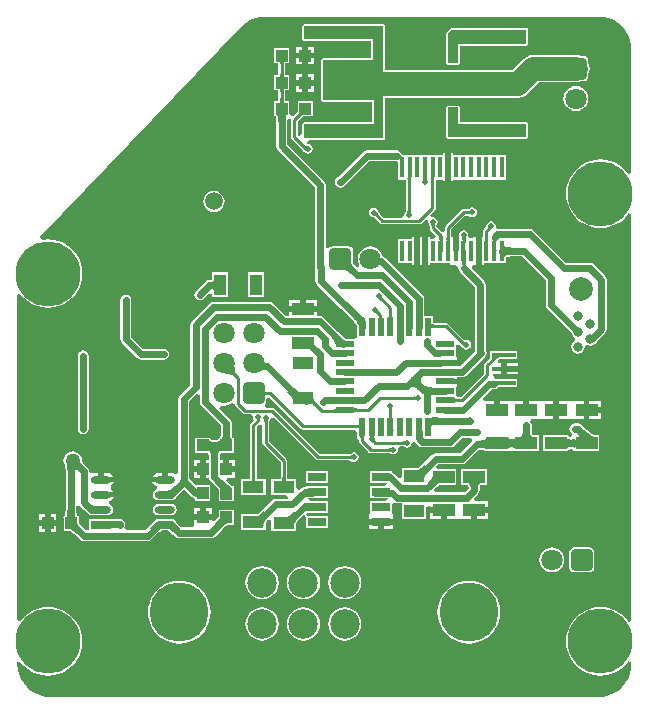
<source format=gbl>
G04*
G04 #@! TF.GenerationSoftware,Altium Limited,Altium Designer,19.1.6 (110)*
G04*
G04 Layer_Physical_Order=2*
G04 Layer_Color=16711680*
%FSLAX44Y44*%
%MOMM*%
G71*
G01*
G75*
%ADD11C,0.6000*%
%ADD12C,0.2540*%
%ADD19R,1.8000X1.0500*%
%ADD21R,1.7000X0.6500*%
%ADD22O,1.7000X0.6500*%
%ADD27R,1.0500X1.8000*%
%ADD30R,1.8700X1.0300*%
%ADD31R,2.0000X0.4000*%
%ADD32R,1.5250X0.6500*%
%ADD60C,2.0000*%
%ADD61C,2.0000*%
%ADD62C,0.8000*%
%ADD63C,1.8000*%
G04:AMPARAMS|DCode=64|XSize=1.8mm|YSize=1.8mm|CornerRadius=0.225mm|HoleSize=0mm|Usage=FLASHONLY|Rotation=90.000|XOffset=0mm|YOffset=0mm|HoleType=Round|Shape=RoundedRectangle|*
%AMROUNDEDRECTD64*
21,1,1.8000,1.3500,0,0,90.0*
21,1,1.3500,1.8000,0,0,90.0*
1,1,0.4500,0.6750,0.6750*
1,1,0.4500,0.6750,-0.6750*
1,1,0.4500,-0.6750,-0.6750*
1,1,0.4500,-0.6750,0.6750*
%
%ADD64ROUNDEDRECTD64*%
G04:AMPARAMS|DCode=65|XSize=1.8mm|YSize=1.8mm|CornerRadius=0.225mm|HoleSize=0mm|Usage=FLASHONLY|Rotation=0.000|XOffset=0mm|YOffset=0mm|HoleType=Round|Shape=RoundedRectangle|*
%AMROUNDEDRECTD65*
21,1,1.8000,1.3500,0,0,0.0*
21,1,1.3500,1.8000,0,0,0.0*
1,1,0.4500,0.6750,-0.6750*
1,1,0.4500,-0.6750,-0.6750*
1,1,0.4500,-0.6750,0.6750*
1,1,0.4500,0.6750,0.6750*
%
%ADD65ROUNDEDRECTD65*%
%ADD66C,1.5000*%
%ADD67C,5.0000*%
%ADD68C,2.5000*%
%ADD69C,0.5000*%
%ADD70C,1.2700*%
%ADD71C,5.5000*%
%ADD72R,0.4000X1.8000*%
%ADD73R,1.0000X1.0000*%
%ADD74R,0.5000X1.5000*%
%ADD75R,1.5000X0.5000*%
%ADD76R,1.0000X1.0000*%
G36*
X500537Y598486D02*
X504809Y597460D01*
X508868Y595778D01*
X512615Y593483D01*
X515956Y590629D01*
X518810Y587288D01*
X521106Y583541D01*
X522787Y579482D01*
X523813Y575209D01*
X524071Y571925D01*
Y570829D01*
X524071Y570829D01*
Y466230D01*
X521531Y465513D01*
X521234Y465998D01*
X518270Y469469D01*
X514799Y472434D01*
X510906Y474819D01*
X506689Y476566D01*
X502251Y477631D01*
X497700Y477990D01*
X493149Y477631D01*
X488711Y476566D01*
X484494Y474819D01*
X480602Y472434D01*
X477131Y469469D01*
X474166Y465998D01*
X471781Y462106D01*
X470034Y457889D01*
X468969Y453451D01*
X468610Y448900D01*
X468969Y444349D01*
X470034Y439911D01*
X471781Y435694D01*
X474166Y431801D01*
X477131Y428330D01*
X480602Y425366D01*
X484494Y422981D01*
X488711Y421234D01*
X493149Y420168D01*
X497700Y419810D01*
X502251Y420168D01*
X506689Y421234D01*
X510906Y422981D01*
X514799Y425366D01*
X518270Y428330D01*
X521234Y431801D01*
X521531Y432287D01*
X524071Y431570D01*
Y87330D01*
X521531Y86613D01*
X521234Y87099D01*
X518270Y90569D01*
X514799Y93534D01*
X510906Y95919D01*
X506689Y97666D01*
X502251Y98731D01*
X497700Y99090D01*
X493149Y98731D01*
X488711Y97666D01*
X484494Y95919D01*
X480602Y93534D01*
X477131Y90569D01*
X474166Y87099D01*
X471781Y83206D01*
X470034Y78989D01*
X468969Y74551D01*
X468610Y70000D01*
X468969Y65449D01*
X470034Y61011D01*
X471781Y56794D01*
X474166Y52902D01*
X477131Y49430D01*
X480602Y46466D01*
X484494Y44081D01*
X488711Y42334D01*
X493149Y41269D01*
X497700Y40910D01*
X502251Y41269D01*
X506689Y42334D01*
X510906Y44081D01*
X514799Y46466D01*
X518270Y49430D01*
X521234Y52902D01*
X521531Y53387D01*
X524071Y52670D01*
Y50800D01*
X524071Y50800D01*
Y49703D01*
X523813Y46419D01*
X522787Y42147D01*
X521106Y38087D01*
X518810Y34341D01*
X515956Y31000D01*
X512615Y28146D01*
X508868Y25850D01*
X504809Y24169D01*
X500536Y23143D01*
X497253Y22885D01*
X30953D01*
X27669Y23143D01*
X23397Y24169D01*
X19338Y25850D01*
X15591Y28146D01*
X12250Y31000D01*
X9396Y34341D01*
X7100Y38087D01*
X5419Y42147D01*
X4393Y46420D01*
X4135Y49703D01*
Y52244D01*
X5254Y52560D01*
X6675Y52657D01*
X9431Y49430D01*
X12902Y46466D01*
X16794Y44081D01*
X21011Y42334D01*
X25449Y41269D01*
X30000Y40910D01*
X34551Y41269D01*
X38989Y42334D01*
X43206Y44081D01*
X47098Y46466D01*
X50570Y49430D01*
X53534Y52902D01*
X55919Y56794D01*
X57666Y61011D01*
X58731Y65449D01*
X59090Y70000D01*
X58731Y74551D01*
X57666Y78989D01*
X55919Y83206D01*
X53534Y87099D01*
X50570Y90569D01*
X47098Y93534D01*
X43206Y95919D01*
X38989Y97666D01*
X34551Y98731D01*
X30000Y99090D01*
X25449Y98731D01*
X21011Y97666D01*
X16794Y95919D01*
X12902Y93534D01*
X9431Y90569D01*
X6675Y87343D01*
X5254Y87440D01*
X4135Y87756D01*
Y363644D01*
X5254Y363960D01*
X6675Y364057D01*
X9431Y360830D01*
X12902Y357866D01*
X16794Y355481D01*
X21011Y353734D01*
X25449Y352668D01*
X30000Y352310D01*
X34551Y352668D01*
X38989Y353734D01*
X43206Y355481D01*
X47098Y357866D01*
X50570Y360830D01*
X53534Y364301D01*
X55919Y368194D01*
X57666Y372411D01*
X58731Y376849D01*
X59090Y381400D01*
X58731Y385951D01*
X57666Y390389D01*
X55919Y394606D01*
X53534Y398498D01*
X50570Y401969D01*
X47098Y404934D01*
X43206Y407319D01*
X38989Y409066D01*
X34551Y410131D01*
X30000Y410490D01*
X25449Y410131D01*
X25028Y410030D01*
X23709Y412326D01*
X193739Y590122D01*
X193739Y590122D01*
X194596Y591018D01*
X197462Y593487D01*
X201201Y595778D01*
X205261Y597460D01*
X209533Y598486D01*
X212817Y598744D01*
X497253D01*
X500537Y598486D01*
D02*
G37*
%LPC*%
G36*
X255540Y573540D02*
X250500D01*
Y568500D01*
X255540D01*
Y573540D01*
D02*
G37*
G36*
X245500D02*
X240460D01*
Y568500D01*
X245500D01*
Y573540D01*
D02*
G37*
G36*
X255540Y563500D02*
X250500D01*
Y558460D01*
X255540D01*
Y563500D01*
D02*
G37*
G36*
X245500D02*
X240460D01*
Y558460D01*
X245500D01*
Y563500D01*
D02*
G37*
G36*
X435000Y589624D02*
X372000D01*
X370852Y589148D01*
X367852Y586148D01*
X367376Y585000D01*
Y560000D01*
X367852Y558852D01*
X369000Y558376D01*
X377000D01*
X378148Y558852D01*
X378624Y560000D01*
Y574376D01*
X435000D01*
X436148Y574852D01*
X436624Y576000D01*
Y588000D01*
X436148Y589148D01*
X435000Y589624D01*
D02*
G37*
G36*
X255540Y550540D02*
X250500D01*
Y545500D01*
X255540D01*
Y550540D01*
D02*
G37*
G36*
X245500D02*
X240460D01*
Y545500D01*
X245500D01*
Y550540D01*
D02*
G37*
G36*
X255540Y540500D02*
X250500D01*
Y535460D01*
X255540D01*
Y540500D01*
D02*
G37*
G36*
X245500D02*
X240460D01*
Y535460D01*
X245500D01*
Y540500D01*
D02*
G37*
G36*
X477000Y540191D02*
X474259Y539830D01*
X471705Y538772D01*
X469511Y537089D01*
X467828Y534895D01*
X466770Y532341D01*
X466409Y529600D01*
X466770Y526859D01*
X467828Y524305D01*
X469511Y522111D01*
X471705Y520428D01*
X474259Y519370D01*
X477000Y519010D01*
X479741Y519370D01*
X482295Y520428D01*
X484489Y522111D01*
X486172Y524305D01*
X487230Y526859D01*
X487590Y529600D01*
X487230Y532341D01*
X486172Y534895D01*
X484489Y537089D01*
X482295Y538772D01*
X479741Y539830D01*
X477000Y540191D01*
D02*
G37*
G36*
X314000Y592624D02*
X313756Y592624D01*
X247000Y592624D01*
X245852Y592148D01*
X245376Y591000D01*
Y580000D01*
X245852Y578852D01*
X247000Y578376D01*
X303376D01*
Y563624D01*
X263144D01*
X261996Y563148D01*
X261520Y562000D01*
Y528000D01*
X261996Y526852D01*
X263144Y526376D01*
X304376D01*
Y509624D01*
X247000D01*
X245852Y509148D01*
X245376Y508000D01*
X245376Y499287D01*
X242836Y498097D01*
X241584Y499062D01*
Y510590D01*
X243983Y512988D01*
X244136Y513046D01*
X245104Y513946D01*
X245468Y514238D01*
X245780Y514458D01*
X245854Y514500D01*
X246471D01*
X246623Y514437D01*
X246749Y514490D01*
X246882Y514458D01*
X246949Y514500D01*
X254500D01*
Y527500D01*
X241500D01*
Y519949D01*
X241458Y519882D01*
X241490Y519749D01*
X241437Y519623D01*
X241500Y519471D01*
Y518854D01*
X241458Y518780D01*
X241251Y518485D01*
X240537Y517645D01*
X240067Y517159D01*
X240003Y516997D01*
X237626Y514620D01*
X237219Y514371D01*
X234644Y515821D01*
X234611Y515955D01*
X234573Y516288D01*
X234500Y516406D01*
X234500Y516918D01*
Y527500D01*
X230989D01*
X230902Y528684D01*
X230894Y529730D01*
X230824Y529894D01*
Y535294D01*
X230893Y535448D01*
X230905Y535887D01*
X230933Y536213D01*
X230974Y536460D01*
X230984Y536500D01*
X234500D01*
Y549500D01*
X230989D01*
X230973Y549560D01*
X230933Y549800D01*
X230904Y550120D01*
X230893Y550552D01*
X230824Y550707D01*
Y558294D01*
X230893Y558448D01*
X230905Y558887D01*
X230933Y559213D01*
X230974Y559460D01*
X230984Y559500D01*
X234500D01*
Y572500D01*
X221500D01*
Y559500D01*
X225016D01*
X225026Y559460D01*
X225067Y559213D01*
X225096Y558887D01*
X225107Y558448D01*
X225176Y558294D01*
Y550707D01*
X225107Y550552D01*
X225096Y550120D01*
X225067Y549800D01*
X225027Y549560D01*
X225011Y549500D01*
X221500D01*
Y536500D01*
X225016D01*
X225026Y536460D01*
X225067Y536213D01*
X225096Y535887D01*
X225107Y535448D01*
X225176Y535294D01*
Y529894D01*
X225107Y529730D01*
X225098Y528653D01*
X225068Y527804D01*
X225067Y527800D01*
X225027Y527560D01*
X225011Y527500D01*
X221500D01*
Y517040D01*
X221500Y516406D01*
X221427Y516287D01*
X221435Y516098D01*
X221407Y516031D01*
X221500Y514500D01*
X222655D01*
X222773Y514427D01*
X222773Y514427D01*
X222782Y514426D01*
X222834Y514341D01*
X222965Y514016D01*
X223098Y513518D01*
X223211Y512882D01*
X223358Y511090D01*
X223377Y510003D01*
X223412Y509921D01*
Y488970D01*
X223761Y487215D01*
X224756Y485726D01*
X255897Y454585D01*
Y387362D01*
X256246Y385606D01*
X256412Y385358D01*
Y374858D01*
X256761Y373102D01*
X257756Y371614D01*
X278185Y351185D01*
X279673Y350190D01*
X279858Y350153D01*
X288086Y341926D01*
X288118Y341844D01*
X289163Y340757D01*
X290038Y339763D01*
X290762Y338845D01*
X291334Y338010D01*
X291412Y337873D01*
Y336500D01*
X291761Y334744D01*
X292000Y334387D01*
X292000Y329520D01*
X291944Y328722D01*
X291863Y328446D01*
X291299Y327022D01*
X291158Y326842D01*
X290978Y326701D01*
X289554Y326137D01*
X289278Y326056D01*
X288479Y326000D01*
X285252Y326000D01*
X285016Y326023D01*
X284940Y326000D01*
X283490D01*
X283255Y326067D01*
X282607Y326348D01*
X281866Y326765D01*
X281062Y327311D01*
X279164Y328887D01*
X278127Y329883D01*
X278046Y329915D01*
X275945Y332016D01*
X275919Y332054D01*
X263879Y344094D01*
X262390Y345089D01*
X260635Y345438D01*
X257890D01*
Y348500D01*
X246000D01*
X234110D01*
Y345438D01*
X231364D01*
X220558Y356244D01*
X219069Y357239D01*
X217314Y357588D01*
X170087D01*
X168332Y357239D01*
X166843Y356244D01*
X151756Y341157D01*
X150761Y339669D01*
X150412Y337913D01*
Y286901D01*
X141790Y278278D01*
X140795Y276790D01*
X140446Y275034D01*
Y212646D01*
X139750Y212139D01*
X137906Y211521D01*
X136509Y212454D01*
X134250Y212903D01*
X131500D01*
Y207000D01*
X129000D01*
Y204500D01*
X118457D01*
X119576Y202826D01*
X121491Y201546D01*
X122151Y201415D01*
Y198825D01*
X121897Y198774D01*
X120325Y197724D01*
X119276Y196153D01*
X118907Y194300D01*
X119276Y192447D01*
X120325Y190875D01*
X121897Y189826D01*
X123750Y189457D01*
X134250D01*
X136103Y189826D01*
X137675Y190875D01*
X138197Y191658D01*
X138471Y191870D01*
X138476Y191906D01*
X138504Y191929D01*
X138533Y191985D01*
X142039Y195947D01*
X142802Y196716D01*
X142825Y196771D01*
X142879Y196799D01*
X142901Y196864D01*
X145161Y199124D01*
X152204Y192082D01*
X153692Y191087D01*
X154500Y190926D01*
Y189000D01*
X167500D01*
Y202000D01*
X155263D01*
X149657Y207605D01*
X149654Y207623D01*
X149622Y207670D01*
Y273134D01*
X155872Y279383D01*
X158412Y278331D01*
Y273000D01*
X158761Y271244D01*
X159756Y269756D01*
X176412Y253099D01*
Y247104D01*
X176378Y247029D01*
X176301Y244928D01*
X176215Y244139D01*
X176098Y243482D01*
X175965Y242984D01*
X175834Y242659D01*
X175782Y242574D01*
X175774Y242573D01*
X175655Y242500D01*
X174500D01*
Y241321D01*
X174421Y241186D01*
X174413Y241126D01*
X174391Y241110D01*
X174172Y241005D01*
X173803Y240887D01*
X173318Y240784D01*
X171860Y240642D01*
X171000Y240624D01*
X170117Y240642D01*
X169350Y240695D01*
X168707Y240779D01*
X168197Y240887D01*
X167828Y241005D01*
X167609Y241110D01*
X167587Y241126D01*
X167579Y241186D01*
X167579Y241186D01*
X167500Y241321D01*
Y242500D01*
X165970Y242593D01*
X165917Y242571D01*
X165753Y242579D01*
X165618Y242500D01*
X154500D01*
Y229500D01*
X165618D01*
X165753Y229421D01*
X166376Y226970D01*
X166379Y226915D01*
X166412Y226845D01*
Y223540D01*
X163500D01*
Y216000D01*
Y208460D01*
X166567D01*
X166761Y207482D01*
X167756Y205994D01*
X170573Y203176D01*
X170603Y203098D01*
X173047Y200488D01*
X173914Y199425D01*
X174500Y198603D01*
Y196106D01*
X174475Y196070D01*
X174500Y195931D01*
Y188500D01*
X187500D01*
Y198960D01*
X187500Y199571D01*
X187566Y199671D01*
X187500Y201500D01*
X186368D01*
X186268Y201565D01*
X186268Y201566D01*
X186197Y201579D01*
X186108Y201595D01*
X185930Y201672D01*
X185606Y201864D01*
X180931Y205920D01*
X181259Y207480D01*
X181919Y208460D01*
X188540D01*
Y213500D01*
X181000D01*
Y216000D01*
X178500D01*
Y223540D01*
X175588D01*
Y226845D01*
X175621Y226915D01*
X175624Y226970D01*
X176247Y229421D01*
X176382Y229500D01*
X187500D01*
Y239960D01*
X187500Y240594D01*
X187573Y240713D01*
X187565Y240902D01*
X187593Y240970D01*
X187500Y242500D01*
X186345D01*
X186227Y242573D01*
X186227Y242573D01*
X186218Y242574D01*
X186166Y242659D01*
X186035Y242984D01*
X185902Y243482D01*
X185789Y244118D01*
X185642Y245910D01*
X185623Y246998D01*
X185588Y247078D01*
Y255000D01*
X185239Y256756D01*
X184244Y258244D01*
X174908Y267581D01*
X176196Y269668D01*
X176318Y269762D01*
X179000Y269409D01*
X181741Y269770D01*
X184295Y270828D01*
X185644Y271863D01*
X187599Y271193D01*
X188192Y270832D01*
X188221Y270802D01*
X188399Y269911D01*
X189011Y268995D01*
X195003Y263003D01*
X195919Y262391D01*
X197000Y262176D01*
X197000Y262176D01*
X201614D01*
X203449Y259636D01*
X203440Y259588D01*
X203750Y258027D01*
X204264Y257258D01*
X201965Y254959D01*
X201353Y254043D01*
X201138Y252962D01*
X201138Y252962D01*
Y208956D01*
X201069Y208802D01*
X201058Y208363D01*
X201029Y208037D01*
X200989Y207790D01*
X200978Y207750D01*
X193500D01*
Y194250D01*
X214500D01*
Y207750D01*
X206946D01*
X206936Y207790D01*
X206895Y208037D01*
X206866Y208363D01*
X206855Y208802D01*
X206786Y208956D01*
Y251792D01*
X209012Y254018D01*
X210989Y253463D01*
X211552Y253060D01*
Y238252D01*
X211552Y238252D01*
X211767Y237171D01*
X212379Y236255D01*
X227046Y221588D01*
Y209514D01*
X226977Y209350D01*
X226968Y208273D01*
X226945Y207627D01*
X226937Y207537D01*
X226896Y207290D01*
X226886Y207250D01*
X219250D01*
Y193750D01*
X231935D01*
X233293Y191210D01*
X232999Y190770D01*
X222932D01*
X221176Y190421D01*
X219688Y189426D01*
X211942Y181680D01*
X211864Y181651D01*
X209527Y179480D01*
X208553Y178699D01*
X207679Y178089D01*
X207090Y177750D01*
X204635D01*
X204484Y177813D01*
X204360Y177761D01*
X204229Y177792D01*
X204160Y177750D01*
X193500D01*
Y164250D01*
X214500D01*
Y167410D01*
X214542Y167479D01*
X214511Y167610D01*
X214563Y167734D01*
X214500Y167885D01*
Y170340D01*
X214839Y170929D01*
X215436Y171785D01*
X216710Y173288D01*
X218850Y172645D01*
X219250Y172336D01*
Y163750D01*
X240250D01*
Y166910D01*
X240292Y166979D01*
X240261Y167110D01*
X240313Y167234D01*
X240250Y167385D01*
Y169840D01*
X240588Y170429D01*
X241186Y171285D01*
X242976Y173397D01*
X244130Y174592D01*
X244162Y174674D01*
X246941Y177452D01*
X247990Y176423D01*
X248755Y174251D01*
X248755Y173171D01*
Y166200D01*
X267005D01*
Y175700D01*
X251295D01*
X250324Y175700D01*
X249220Y176790D01*
X248715Y178213D01*
X249201Y178900D01*
X267005D01*
Y188400D01*
X257946D01*
X257000Y188588D01*
X251927D01*
X250618Y191128D01*
X250820Y191412D01*
X254000D01*
X254946Y191600D01*
X267005D01*
Y201100D01*
X251295D01*
X250818Y201100D01*
X250812Y201105D01*
X250499Y201105D01*
X250285Y201193D01*
X248755Y201100D01*
Y200730D01*
X247217Y200629D01*
X246558Y200623D01*
X246389Y200552D01*
X244815Y200239D01*
X243327Y199244D01*
X242597Y198514D01*
X240250Y199486D01*
Y207250D01*
X232854D01*
X232848Y207273D01*
X232772Y208304D01*
X232764Y209350D01*
X232694Y209514D01*
Y222758D01*
X232479Y223839D01*
X231867Y224755D01*
X231867Y224755D01*
X217200Y239422D01*
Y255000D01*
X217258Y255104D01*
X217240Y255168D01*
X217268Y255228D01*
X217287Y255687D01*
X217302Y255809D01*
X217321Y255915D01*
X217339Y255986D01*
X217345Y256004D01*
X217355Y256016D01*
X217360Y256036D01*
X217383Y256074D01*
X217387Y256101D01*
X217388Y256103D01*
X217388Y256108D01*
X217389Y256113D01*
X217514Y256196D01*
X218398Y257519D01*
X218646Y258768D01*
X219711Y259403D01*
X221142Y259864D01*
X257003Y224003D01*
X257003Y224003D01*
X257919Y223391D01*
X259000Y223176D01*
X285138D01*
X285287Y223107D01*
X285756Y223090D01*
X285893Y223076D01*
X286016Y223057D01*
X286106Y223037D01*
X286161Y223021D01*
X286171Y223016D01*
X286208Y222992D01*
X286230Y222988D01*
X286249Y222978D01*
X286299Y222974D01*
X286330Y222968D01*
X286348Y222962D01*
X287439Y222232D01*
X289000Y221922D01*
X290561Y222232D01*
X291884Y223116D01*
X292768Y224439D01*
X293078Y226000D01*
X292768Y227561D01*
X291884Y228884D01*
X290561Y229768D01*
X289000Y230078D01*
X287439Y229768D01*
X286348Y229038D01*
X286330Y229032D01*
X286299Y229026D01*
X286249Y229022D01*
X286230Y229012D01*
X286208Y229008D01*
X286171Y228983D01*
X286161Y228979D01*
X286106Y228963D01*
X286016Y228943D01*
X285912Y228927D01*
X285539Y228897D01*
X285318Y228893D01*
X285159Y228824D01*
X260170D01*
X221997Y266997D01*
X221081Y267609D01*
X220000Y267824D01*
X220000Y267824D01*
X214352D01*
X213581Y270364D01*
X213854Y270546D01*
X214682Y271787D01*
X214973Y273250D01*
Y275526D01*
X217513Y276492D01*
X244003Y250003D01*
X244003Y250003D01*
X244919Y249391D01*
X246000Y249176D01*
X289526D01*
X292000Y247135D01*
Y245040D01*
X292000Y244361D01*
X291917Y244210D01*
X291924Y244071D01*
X291907Y244030D01*
X292000Y242500D01*
X293176Y240025D01*
Y239704D01*
X293176Y239704D01*
X293391Y238623D01*
X294003Y237707D01*
X301297Y230413D01*
X301297Y230413D01*
X302213Y229801D01*
X303294Y229586D01*
X303294Y229586D01*
X318464D01*
X318613Y229517D01*
X319081Y229500D01*
X319219Y229486D01*
X319342Y229467D01*
X319432Y229447D01*
X319487Y229431D01*
X319498Y229426D01*
X319534Y229402D01*
X319556Y229398D01*
X319575Y229388D01*
X319625Y229384D01*
X319656Y229378D01*
X319674Y229372D01*
X320765Y228642D01*
X322326Y228332D01*
X323887Y228642D01*
X325210Y229526D01*
X326094Y230849D01*
X326404Y232410D01*
X326359Y232636D01*
X328111Y235176D01*
X330138D01*
X330287Y235107D01*
X330756Y235090D01*
X330893Y235076D01*
X331016Y235057D01*
X331106Y235037D01*
X331161Y235021D01*
X331171Y235016D01*
X331208Y234992D01*
X331230Y234988D01*
X331249Y234978D01*
X331298Y234974D01*
X331330Y234968D01*
X331347Y234962D01*
X332439Y234232D01*
X334000Y233922D01*
X335561Y234232D01*
X336884Y235116D01*
X337768Y236439D01*
X338078Y238000D01*
X338024Y238272D01*
X340417Y239263D01*
X340756Y238756D01*
X343742Y235770D01*
X345230Y234775D01*
X346986Y234426D01*
X370840D01*
X372596Y234775D01*
X374084Y235770D01*
X380727Y242412D01*
X388428D01*
X389076Y241354D01*
X389383Y239872D01*
X378890Y229378D01*
X358540D01*
X356784Y229029D01*
X355296Y228034D01*
X347942Y220681D01*
X347865Y220652D01*
X345533Y218486D01*
X344561Y217709D01*
X343689Y217103D01*
X343072Y216750D01*
X340709D01*
X340484Y216843D01*
X340361Y216792D01*
X340231Y216823D01*
X340111Y216750D01*
X329500D01*
Y208986D01*
X327153Y208014D01*
X323123Y212044D01*
X321635Y213039D01*
X321245Y213116D01*
Y213800D01*
X302995D01*
Y204300D01*
X315757D01*
X316200Y204212D01*
X316311D01*
X316697Y203640D01*
X315347Y201100D01*
X302995D01*
Y197771D01*
X302985Y197756D01*
X302636Y196000D01*
X302985Y194244D01*
X302995Y194229D01*
Y191600D01*
X306278D01*
X307224Y191412D01*
X312000D01*
X312946Y191600D01*
X313054D01*
X314000Y191412D01*
X317383D01*
X317698Y190940D01*
X316340Y188400D01*
X302995D01*
Y179280D01*
X302995Y178900D01*
X302078Y176740D01*
X301955D01*
Y173450D01*
X312120D01*
X322285D01*
Y176740D01*
X322162D01*
X321245Y178900D01*
X321245Y179280D01*
Y186203D01*
X323785Y187561D01*
X323859Y187511D01*
X325615Y187162D01*
X327131D01*
X329500Y186750D01*
X329500Y184622D01*
Y173250D01*
X350500D01*
X350500Y183502D01*
X353040Y184685D01*
X353110Y184626D01*
Y183500D01*
X365000D01*
Y181000D01*
X367500D01*
Y173310D01*
X376890D01*
Y173310D01*
X379110D01*
Y173310D01*
X388500D01*
Y181000D01*
X391000D01*
Y183500D01*
X402890D01*
Y188690D01*
X391537D01*
X390565Y191037D01*
X394244Y194716D01*
X395239Y196204D01*
X395588Y197960D01*
Y198160D01*
X395623Y198238D01*
X395652Y199328D01*
X395732Y200236D01*
X395858Y200995D01*
X396021Y201600D01*
X396203Y202045D01*
X396381Y202335D01*
X396530Y202496D01*
X396652Y202577D01*
X396790Y202626D01*
X397170Y202666D01*
X397325Y202750D01*
X401850D01*
Y216050D01*
X380150D01*
Y202750D01*
X384675D01*
X384830Y202666D01*
X385210Y202626D01*
X385348Y202577D01*
X385470Y202496D01*
X385620Y202335D01*
X385797Y202045D01*
X385979Y201600D01*
X386142Y200995D01*
X386268Y200236D01*
X386310Y199759D01*
X382890Y196338D01*
X357819D01*
X356812Y198587D01*
X356818Y198878D01*
X359117Y201014D01*
X360089Y201791D01*
X360961Y202397D01*
X361578Y202750D01*
X363941D01*
X364166Y202657D01*
X364289Y202708D01*
X364419Y202677D01*
X364539Y202750D01*
X375850D01*
Y216050D01*
X359607D01*
X358635Y218397D01*
X360440Y220202D01*
X380790D01*
X382546Y220551D01*
X384034Y221546D01*
X394865Y232376D01*
X395924Y232364D01*
X397758Y232263D01*
X398438Y232182D01*
X398983Y232084D01*
X399307Y231997D01*
X399308Y231150D01*
X400838Y231057D01*
X400961Y231108D01*
X401216Y231101D01*
X401283Y231150D01*
X418467D01*
X419112Y231150D01*
X419238Y231075D01*
X419416Y231082D01*
X419477Y231057D01*
X421007Y231150D01*
X422579Y231679D01*
X424150Y231150D01*
X425681Y231057D01*
X425742Y231082D01*
X425920Y231075D01*
X426045Y231150D01*
X445850D01*
Y244450D01*
X441325D01*
X441170Y244534D01*
X440790Y244574D01*
X440652Y244623D01*
X440530Y244704D01*
X440381Y244865D01*
X440203Y245155D01*
X440021Y245600D01*
X439858Y246205D01*
X439732Y246964D01*
X439652Y247872D01*
X439623Y248962D01*
X439588Y249041D01*
Y253000D01*
X439239Y254756D01*
X438428Y255970D01*
X438742Y257199D01*
X439425Y258510D01*
X445412D01*
X446890Y258510D01*
X449430Y258510D01*
X457343D01*
Y266200D01*
Y273890D01*
X449430D01*
X447952Y273890D01*
X445412Y273890D01*
X437500D01*
Y266200D01*
X432500D01*
Y273890D01*
X424588D01*
X423110Y273890D01*
X420570Y273890D01*
X412658D01*
Y266200D01*
X407658D01*
Y273890D01*
X400313D01*
X399541Y273890D01*
X398489Y276430D01*
X405760Y283702D01*
X407922D01*
X409678Y284051D01*
X411166Y285046D01*
X411293Y285236D01*
X427298D01*
Y292236D01*
X410116D01*
X409678Y292529D01*
X408256Y292812D01*
X407600Y293543D01*
X406692Y295418D01*
X407066Y296196D01*
X413298D01*
Y300736D01*
Y305276D01*
X411779D01*
X411130Y306076D01*
X411038Y306808D01*
X411046Y307154D01*
X411105Y307504D01*
X411213Y307845D01*
X411423Y308283D01*
X411957Y309089D01*
X412002Y309101D01*
X412205Y309131D01*
X412484Y309145D01*
X412676Y309236D01*
X427298D01*
Y316236D01*
X404298D01*
Y311074D01*
X404211Y310907D01*
X404233Y310835D01*
X404205Y310767D01*
X404298Y310542D01*
Y310355D01*
X404050Y310098D01*
X403987Y309937D01*
X399831Y305781D01*
X399219Y304865D01*
X399004Y303784D01*
X399004Y303784D01*
Y296318D01*
X379576Y276890D01*
X377580D01*
X375500Y278000D01*
Y284960D01*
X376540D01*
Y287500D01*
X366500D01*
Y292500D01*
X376540D01*
Y293412D01*
X380550D01*
X382306Y293761D01*
X383794Y294756D01*
X399992Y310954D01*
X400987Y312442D01*
X401336Y314198D01*
X400987Y315954D01*
X400828Y316191D01*
Y336804D01*
Y372110D01*
X400479Y373866D01*
X399484Y375354D01*
X388706Y386132D01*
X389577Y388854D01*
X390210Y388960D01*
Y388960D01*
X392250D01*
Y400500D01*
Y412040D01*
X390210D01*
Y411691D01*
X387670Y411131D01*
X387443Y411287D01*
X385986Y413540D01*
X386078Y413999D01*
X385767Y415560D01*
X384883Y416883D01*
X383560Y417767D01*
X381999Y418078D01*
X380438Y417767D01*
X379115Y416883D01*
X378231Y415560D01*
X377921Y413999D01*
X377750Y413847D01*
Y400500D01*
X372750D01*
Y412040D01*
X371640D01*
X371574Y412193D01*
Y418888D01*
X383186Y430500D01*
X385266D01*
X385415Y430432D01*
X385883Y430414D01*
X386021Y430400D01*
X386144Y430381D01*
X386234Y430361D01*
X386289Y430345D01*
X386300Y430340D01*
X386336Y430316D01*
X386358Y430312D01*
X386377Y430302D01*
X386427Y430298D01*
X386458Y430292D01*
X386475Y430286D01*
X387567Y429556D01*
X389128Y429246D01*
X390689Y429556D01*
X392012Y430440D01*
X392896Y431763D01*
X393206Y433324D01*
X392896Y434885D01*
X392012Y436208D01*
X390689Y437092D01*
X389128Y437402D01*
X387567Y437092D01*
X386475Y436362D01*
X386458Y436356D01*
X386427Y436350D01*
X386377Y436346D01*
X386358Y436336D01*
X386336Y436332D01*
X386300Y436307D01*
X386289Y436303D01*
X386234Y436287D01*
X386144Y436267D01*
X386040Y436251D01*
X385667Y436221D01*
X385446Y436217D01*
X385287Y436148D01*
X382016D01*
X380935Y435933D01*
X380019Y435321D01*
X366753Y422055D01*
X366141Y421139D01*
X365926Y420058D01*
X365926Y420058D01*
Y417377D01*
X363386Y416324D01*
X358824Y420887D01*
Y421137D01*
X358892Y421286D01*
X358909Y421755D01*
X358923Y421892D01*
X358942Y422015D01*
X358962Y422105D01*
X358979Y422160D01*
X358983Y422171D01*
X359007Y422207D01*
X359012Y422229D01*
X359021Y422248D01*
X359025Y422298D01*
X359032Y422329D01*
X359038Y422347D01*
X359767Y423438D01*
X360078Y424999D01*
X359767Y426560D01*
X358883Y427883D01*
X357560Y428767D01*
X355999Y429077D01*
X354914Y428862D01*
X353758Y430226D01*
X353417Y430956D01*
X357597Y435137D01*
X358209Y436053D01*
X358424Y437134D01*
X358424Y437134D01*
Y459781D01*
X358493Y459930D01*
X358524Y460784D01*
X358548Y461000D01*
X364210D01*
Y459960D01*
X366250D01*
Y471500D01*
Y483040D01*
X364210D01*
Y482000D01*
X330244D01*
X329489Y482755D01*
X329489Y482756D01*
X328494Y484244D01*
X327006Y485239D01*
X325250Y485588D01*
X300152D01*
X298396Y485239D01*
X296908Y484244D01*
X275630Y462966D01*
X275612Y462963D01*
X274124Y461968D01*
X273129Y460480D01*
X272780Y458724D01*
X273129Y456968D01*
X274124Y455480D01*
X275612Y454485D01*
X277368Y454136D01*
X277876D01*
X279632Y454485D01*
X281120Y455480D01*
X302052Y476412D01*
X325250D01*
X326250Y475591D01*
Y461000D01*
X332856D01*
X332892Y460419D01*
X332894Y459982D01*
X332964Y459818D01*
Y435154D01*
X332896Y435005D01*
X332878Y434537D01*
X332864Y434399D01*
X332845Y434276D01*
X332825Y434186D01*
X332809Y434131D01*
X332804Y434120D01*
X332780Y434084D01*
X332776Y434062D01*
X332766Y434043D01*
X332762Y433993D01*
X332756Y433962D01*
X332750Y433945D01*
X332020Y432853D01*
X331710Y431292D01*
X329832Y428782D01*
X314352D01*
X311099Y432035D01*
X311066Y432152D01*
X310990Y432194D01*
X310958Y432274D01*
X310731Y432507D01*
X310560Y432693D01*
X310264Y433052D01*
X310183Y433165D01*
X310124Y433259D01*
X310096Y433313D01*
X310095Y433314D01*
X310080Y433371D01*
X310064Y433391D01*
X310058Y433404D01*
X310036Y433427D01*
X309983Y433494D01*
X309978Y433503D01*
X309768Y434561D01*
X308884Y435884D01*
X307561Y436768D01*
X306000Y437078D01*
X304439Y436768D01*
X303116Y435884D01*
X302232Y434561D01*
X301922Y433000D01*
X302232Y431439D01*
X303116Y430116D01*
X304439Y429232D01*
X305932Y428935D01*
X305955Y428917D01*
X305982Y428909D01*
X306001Y428897D01*
X306037Y428891D01*
X306080Y428869D01*
X306152Y428825D01*
X306231Y428768D01*
X306512Y428531D01*
X306668Y428380D01*
X306829Y428317D01*
X311185Y423961D01*
X311185Y423961D01*
X312101Y423349D01*
X313182Y423134D01*
X344424D01*
X344424Y423134D01*
X345505Y423349D01*
X346421Y423961D01*
X350042Y427582D01*
X350772Y427241D01*
X352137Y426085D01*
X351921Y424999D01*
X352231Y423438D01*
X352961Y422347D01*
X352967Y422329D01*
X352973Y422298D01*
X352977Y422248D01*
X352987Y422229D01*
X352991Y422207D01*
X353016Y422171D01*
X353020Y422160D01*
X353036Y422105D01*
X353056Y422015D01*
X353073Y421911D01*
X353102Y421538D01*
X353106Y421317D01*
X353175Y421158D01*
Y419717D01*
X353175Y419717D01*
X353390Y418636D01*
X354002Y417720D01*
X358182Y413540D01*
X357130Y411000D01*
X353790D01*
Y412040D01*
X351750D01*
Y400500D01*
Y388960D01*
X353790D01*
Y390000D01*
X370710D01*
Y388960D01*
X375509D01*
X377426Y386420D01*
X377412Y386350D01*
X377761Y384594D01*
X378756Y383106D01*
X391652Y370210D01*
Y336804D01*
Y315590D01*
X379080Y303019D01*
X377071Y303500D01*
X366500D01*
Y308500D01*
X376540D01*
Y311040D01*
X375500D01*
Y318000D01*
X375500D01*
Y321021D01*
X377847Y321993D01*
X378773Y321067D01*
X378843Y320899D01*
X380876Y318884D01*
X380967Y318847D01*
X381418Y318172D01*
X382741Y317288D01*
X384302Y316978D01*
X385863Y317288D01*
X387186Y318172D01*
X388070Y319495D01*
X388380Y321056D01*
X388070Y322617D01*
X387186Y323940D01*
X385863Y324824D01*
X384302Y325134D01*
X383078Y324891D01*
X382885Y325047D01*
X382737Y325189D01*
X382680Y325211D01*
X382651Y325265D01*
X382524Y325304D01*
X368831Y338997D01*
X367915Y339609D01*
X366834Y339824D01*
X366834Y339824D01*
X357207D01*
X357052Y339893D01*
X356620Y339904D01*
X356300Y339933D01*
X356059Y339973D01*
X356000Y339989D01*
Y345500D01*
X348588D01*
Y359834D01*
X348239Y361590D01*
X347244Y363078D01*
X315374Y394948D01*
X313886Y395943D01*
X313320Y396055D01*
X313230Y396741D01*
X312172Y399295D01*
X310489Y401489D01*
X308295Y403172D01*
X305741Y404230D01*
X303000Y404591D01*
X300259Y404230D01*
X297705Y403172D01*
X295511Y401489D01*
X293828Y399295D01*
X292770Y396741D01*
X292409Y394000D01*
X292770Y391259D01*
X293678Y389069D01*
X293576Y388186D01*
X292586Y386151D01*
X292185Y386045D01*
X292114Y386069D01*
X291953Y386192D01*
X289873Y388429D01*
X289092Y389403D01*
X288482Y390277D01*
X288174Y390815D01*
Y393394D01*
X288206Y393472D01*
X288174Y393551D01*
Y393676D01*
X288186Y393728D01*
X288174Y393748D01*
Y400750D01*
X287882Y402213D01*
X287054Y403454D01*
X285813Y404282D01*
X284350Y404574D01*
X270850D01*
X269387Y404282D01*
X268146Y403454D01*
X267613Y402656D01*
X265521Y402906D01*
X265073Y403078D01*
Y456485D01*
X264724Y458241D01*
X263730Y459730D01*
X232588Y490871D01*
Y509896D01*
X232623Y509971D01*
X232684Y511643D01*
X233835Y512631D01*
X235487Y512031D01*
X235936Y511637D01*
X235936Y511375D01*
Y497078D01*
X235936Y497078D01*
X236151Y495997D01*
X236763Y495081D01*
X245261Y486583D01*
X245324Y486422D01*
X245837Y485891D01*
X246049Y485653D01*
X246175Y485493D01*
X246176Y485491D01*
X246196Y485458D01*
X246203Y485452D01*
X246210Y485441D01*
X246246Y485418D01*
X247116Y484116D01*
X248439Y483232D01*
X250000Y482922D01*
X251561Y483232D01*
X252884Y484116D01*
X253768Y485439D01*
X254078Y487000D01*
X253768Y488561D01*
X252884Y489884D01*
X251561Y490768D01*
X250398Y490999D01*
X249630Y491836D01*
X249727Y492495D01*
X251013Y494376D01*
X314000Y494376D01*
X315148Y494852D01*
X315624Y496000D01*
Y530401D01*
X428000D01*
X428000Y530401D01*
X431002Y530796D01*
X433800Y531955D01*
X436202Y533798D01*
X445805Y543401D01*
X477000D01*
X480002Y543796D01*
X481525Y544427D01*
X483750D01*
X485213Y544718D01*
X486454Y545546D01*
X487282Y546787D01*
X487573Y548250D01*
Y550476D01*
X488204Y551998D01*
X488599Y555000D01*
X488204Y558002D01*
X487573Y559524D01*
Y561750D01*
X487282Y563213D01*
X486454Y564454D01*
X485213Y565282D01*
X483750Y565573D01*
X481525D01*
X480002Y566204D01*
X477000Y566599D01*
X441000D01*
X441000Y566599D01*
X437998Y566204D01*
X435200Y565045D01*
X432798Y563202D01*
X432798Y563202D01*
X423195Y553599D01*
X315624D01*
Y590756D01*
X315624Y591000D01*
X315623Y591000D01*
X315148Y592148D01*
X314000Y592624D01*
X314000Y592624D01*
D02*
G37*
G36*
X377000Y523624D02*
X369000D01*
X367852Y523148D01*
X367376Y522000D01*
Y497000D01*
X367852Y495852D01*
X369000Y495376D01*
X435000D01*
X436148Y495852D01*
X436624Y497000D01*
Y508000D01*
X436148Y509148D01*
X435000Y509624D01*
X378624D01*
Y522000D01*
X378148Y523148D01*
X377000Y523624D01*
D02*
G37*
G36*
X373290Y483040D02*
X371250D01*
Y471500D01*
Y459960D01*
X373290D01*
Y461000D01*
X417750D01*
Y482000D01*
X373290D01*
Y483040D01*
D02*
G37*
G36*
X170533Y451650D02*
X168183Y451341D01*
X165994Y450434D01*
X164114Y448991D01*
X162671Y447111D01*
X161764Y444922D01*
X161455Y442572D01*
X161764Y440223D01*
X162671Y438033D01*
X164114Y436153D01*
X165994Y434711D01*
X168183Y433804D01*
X170533Y433495D01*
X172882Y433804D01*
X175072Y434711D01*
X176952Y436153D01*
X178394Y438033D01*
X179301Y440223D01*
X179610Y442572D01*
X179301Y444922D01*
X178394Y447111D01*
X176952Y448991D01*
X175072Y450434D01*
X172882Y451341D01*
X170533Y451650D01*
D02*
G37*
G36*
X346750Y412040D02*
X345250D01*
Y400500D01*
Y388960D01*
X346750D01*
Y400500D01*
Y412040D01*
D02*
G37*
G36*
X340250D02*
X338210D01*
Y411000D01*
X326250D01*
Y390000D01*
X338210D01*
Y388960D01*
X340250D01*
Y400500D01*
Y412040D01*
D02*
G37*
G36*
X212750Y382500D02*
X199250D01*
Y361500D01*
X212750D01*
Y382500D01*
D02*
G37*
G36*
X182750D02*
X169250D01*
Y376277D01*
X169175Y376247D01*
X168849Y376162D01*
X168417Y376087D01*
X167129Y375985D01*
X166343Y375971D01*
X166170Y375896D01*
X164614Y375587D01*
X163126Y374592D01*
X155252Y366718D01*
X154257Y365230D01*
X153908Y363474D01*
X154257Y361718D01*
X155252Y360230D01*
X156740Y359235D01*
X158496Y358886D01*
X160252Y359235D01*
X161740Y360230D01*
X166710Y365199D01*
X169250Y364147D01*
Y361500D01*
X182750D01*
Y382500D01*
D02*
G37*
G36*
X257890Y358690D02*
X248500D01*
Y353500D01*
X257890D01*
Y358690D01*
D02*
G37*
G36*
X243500D02*
X234110D01*
Y353500D01*
X243500D01*
Y358690D01*
D02*
G37*
G36*
X405130Y425718D02*
X403569Y425408D01*
X402246Y424524D01*
X401362Y423201D01*
X401052Y421640D01*
X401107Y421362D01*
X401092Y421345D01*
X401087Y421332D01*
X401073Y421311D01*
X401061Y421259D01*
X401053Y421241D01*
X401020Y421185D01*
X400976Y421120D01*
X400754Y420851D01*
X400608Y420700D01*
X400562Y420582D01*
X400455Y420514D01*
X400435Y420430D01*
X399253Y419247D01*
X398641Y418331D01*
X398426Y417250D01*
X398426Y417250D01*
Y412211D01*
X398357Y412059D01*
X398357Y412040D01*
X397250D01*
Y400500D01*
Y388960D01*
X399290D01*
Y390000D01*
X417750D01*
Y394231D01*
X417804Y394329D01*
X417844Y394708D01*
X417892Y394845D01*
X417974Y394967D01*
X418136Y395117D01*
X418429Y395295D01*
X418878Y395478D01*
X419488Y395641D01*
X420253Y395768D01*
X421166Y395848D01*
X422262Y395877D01*
X422340Y395912D01*
X431482D01*
X451342Y376051D01*
Y354838D01*
X451691Y353082D01*
X452686Y351594D01*
X473356Y330923D01*
X473519Y330104D01*
X474735Y328285D01*
X476554Y327069D01*
X476676Y327045D01*
Y324455D01*
X476554Y324431D01*
X474735Y323215D01*
X473519Y321396D01*
X473092Y319250D01*
X473519Y317104D01*
X474735Y315285D01*
X476554Y314069D01*
X478700Y313642D01*
X480846Y314069D01*
X482665Y315285D01*
X483881Y317104D01*
X484308Y319250D01*
X484270Y319442D01*
X486556Y320969D01*
X487154Y320569D01*
X489300Y320142D01*
X491446Y320569D01*
X493265Y321785D01*
X494481Y323604D01*
X494555Y323975D01*
X497711Y327131D01*
X497725Y327153D01*
X501846Y331274D01*
X502841Y332762D01*
X503190Y334518D01*
Y376174D01*
X502841Y377930D01*
X501846Y379418D01*
X491940Y389324D01*
X490452Y390319D01*
X488696Y390668D01*
X468470D01*
X441394Y417744D01*
X439906Y418739D01*
X438150Y419088D01*
X411093D01*
X411033Y419116D01*
X409447Y420833D01*
X409176Y421479D01*
X409208Y421640D01*
X408898Y423201D01*
X408014Y424524D01*
X406691Y425408D01*
X405130Y425718D01*
D02*
G37*
G36*
X96000Y363588D02*
X94244Y363239D01*
X92756Y362244D01*
X91761Y360756D01*
X91412Y359000D01*
Y326000D01*
X91761Y324244D01*
X92756Y322756D01*
X105756Y309756D01*
X107244Y308761D01*
X109000Y308412D01*
X128000D01*
X129756Y308761D01*
X131244Y309756D01*
X132239Y311244D01*
X132588Y313000D01*
X132239Y314756D01*
X131244Y316244D01*
X129756Y317239D01*
X128000Y317588D01*
X110900D01*
X100588Y327901D01*
Y359000D01*
X100239Y360756D01*
X99244Y362244D01*
X97756Y363239D01*
X96000Y363588D01*
D02*
G37*
G36*
X428338Y305276D02*
X418298D01*
Y303236D01*
X428338D01*
Y305276D01*
D02*
G37*
G36*
Y298236D02*
X418298D01*
Y296196D01*
X428338D01*
Y298236D01*
D02*
G37*
G36*
X471732Y273890D02*
X471570Y273890D01*
X462343D01*
Y266200D01*
Y258510D01*
X471570D01*
X471732Y258510D01*
X474110Y258510D01*
X474272Y258510D01*
X483500D01*
Y266200D01*
Y273890D01*
X474272D01*
X474110Y273890D01*
X471732Y273890D01*
D02*
G37*
G36*
X488500Y273890D02*
Y268700D01*
X497890D01*
Y273890D01*
X488500D01*
D02*
G37*
G36*
X497890Y263700D02*
X488500D01*
Y258510D01*
X497890D01*
Y263700D01*
D02*
G37*
G36*
X60000Y316588D02*
X58244Y316239D01*
X56756Y315244D01*
X55761Y313756D01*
X55412Y312000D01*
Y250000D01*
X55761Y248244D01*
X56756Y246756D01*
X58244Y245761D01*
X60000Y245412D01*
X61756Y245761D01*
X63244Y246756D01*
X64239Y248244D01*
X64588Y250000D01*
Y312000D01*
X64239Y313756D01*
X63244Y315244D01*
X61756Y316239D01*
X60000Y316588D01*
D02*
G37*
G36*
X479044Y254524D02*
X475996D01*
X474240Y254175D01*
X472752Y253180D01*
X471757Y251692D01*
X471408Y249936D01*
X471757Y248180D01*
X472752Y246692D01*
X473390Y246265D01*
X473993Y244105D01*
X472248Y243073D01*
X470693Y244079D01*
X470692Y244450D01*
X469162Y244543D01*
X469103Y244519D01*
X468929Y244526D01*
X468801Y244450D01*
X448993D01*
Y231150D01*
X468153D01*
X468793Y231150D01*
X468916Y231075D01*
X469099Y231083D01*
X469162Y231057D01*
X470693Y231150D01*
Y231913D01*
X472638Y232816D01*
X472987Y232887D01*
X475150Y231467D01*
X475150Y231150D01*
X476680Y231057D01*
X476744Y231083D01*
X476926Y231075D01*
X477049Y231150D01*
X496850D01*
Y244450D01*
X494841D01*
X494664Y244539D01*
X493902Y244594D01*
X493188Y244744D01*
X492398Y245007D01*
X491536Y245392D01*
X490607Y245905D01*
X489614Y246547D01*
X488577Y247310D01*
X486284Y249275D01*
X485067Y250451D01*
X484985Y250483D01*
X482288Y253180D01*
X480800Y254175D01*
X479044Y254524D01*
D02*
G37*
G36*
X188540Y223540D02*
X183500D01*
Y218500D01*
X188540D01*
Y223540D01*
D02*
G37*
G36*
X158500D02*
X153460D01*
Y218500D01*
X158500D01*
Y223540D01*
D02*
G37*
G36*
X80250Y212903D02*
X77500D01*
Y209500D01*
X85543D01*
X84424Y211174D01*
X82509Y212454D01*
X80250Y212903D01*
D02*
G37*
G36*
X126500D02*
X123750D01*
X121491Y212454D01*
X119576Y211174D01*
X118457Y209500D01*
X126500D01*
Y212903D01*
D02*
G37*
G36*
X158500Y213500D02*
X153460D01*
Y208460D01*
X158500D01*
Y213500D01*
D02*
G37*
G36*
X267005Y213800D02*
X248755D01*
Y204300D01*
X267005D01*
Y213800D01*
D02*
G37*
G36*
X168540Y183040D02*
X163500D01*
Y178000D01*
X168540D01*
Y183040D01*
D02*
G37*
G36*
X158500D02*
X153460D01*
Y178000D01*
X158500D01*
Y183040D01*
D02*
G37*
G36*
X134250Y186443D02*
X123750D01*
X121897Y186074D01*
X120325Y185025D01*
X119276Y183453D01*
X118907Y181600D01*
X119276Y179747D01*
X120325Y178175D01*
X121897Y177126D01*
X123750Y176757D01*
X134250D01*
X136103Y177126D01*
X137675Y178175D01*
X138724Y179747D01*
X139093Y181600D01*
X138724Y183453D01*
X137675Y185025D01*
X136103Y186074D01*
X134250Y186443D01*
D02*
G37*
G36*
X51000Y230918D02*
X48951Y230648D01*
X47041Y229857D01*
X45401Y228599D01*
X44143Y226959D01*
X43352Y225049D01*
X43082Y223000D01*
X43352Y220951D01*
X44143Y219041D01*
X44190Y218980D01*
X44208Y218826D01*
X44342Y218585D01*
X44439Y218366D01*
X44527Y218113D01*
X44710Y217348D01*
X44771Y216962D01*
X44898Y215287D01*
X44907Y214658D01*
X44942Y214576D01*
Y181099D01*
X44907Y181023D01*
X44837Y178917D01*
X44758Y178119D01*
X44651Y177452D01*
X44526Y176942D01*
X44403Y176606D01*
X44345Y176500D01*
X43208D01*
X43114Y174970D01*
X43147Y174891D01*
X43139Y174688D01*
X43208Y174580D01*
Y163500D01*
X45819D01*
X45939Y163427D01*
X46068Y163458D01*
X46192Y163407D01*
X46417Y163500D01*
X48780D01*
X49397Y163147D01*
X50250Y162554D01*
X52357Y160771D01*
X53549Y159620D01*
X53631Y159587D01*
X56951Y156268D01*
X58440Y155273D01*
X60195Y154924D01*
X114362D01*
X116118Y155273D01*
X117606Y156268D01*
X121501Y160162D01*
X121567Y160184D01*
X121587Y160224D01*
X121629Y160241D01*
X122742Y161313D01*
X123757Y162208D01*
X124691Y162947D01*
X125534Y163527D01*
X126278Y163951D01*
X126523Y164057D01*
X131331D01*
X131595Y163943D01*
X132339Y163519D01*
X133162Y162953D01*
X135140Y161295D01*
X136236Y160240D01*
X136318Y160208D01*
X137726Y158800D01*
X137756Y158756D01*
X139244Y157761D01*
X141000Y157412D01*
X168000D01*
X169756Y157761D01*
X171244Y158756D01*
X177058Y164569D01*
X177135Y164598D01*
X179467Y166764D01*
X180439Y167541D01*
X181311Y168147D01*
X181928Y168500D01*
X184291D01*
X184516Y168407D01*
X184639Y168458D01*
X184769Y168427D01*
X184889Y168500D01*
X187500D01*
Y181500D01*
X174500D01*
Y178889D01*
X174427Y178769D01*
X174458Y178639D01*
X174407Y178516D01*
X174500Y178291D01*
Y175928D01*
X174147Y175311D01*
X173554Y174457D01*
X171771Y172350D01*
X171080Y171635D01*
X168843Y172204D01*
X168540Y172383D01*
Y173000D01*
X161000D01*
X153460D01*
Y167960D01*
X151488Y166588D01*
X142915D01*
X142723Y166781D01*
X142688Y166866D01*
X141890Y167667D01*
X139091Y170579D01*
X138582Y171170D01*
X138505Y171272D01*
X138466Y171339D01*
X138461Y171343D01*
X138460Y171350D01*
X138191Y171552D01*
X137675Y172325D01*
X136103Y173374D01*
X134250Y173743D01*
X123750D01*
X121897Y173374D01*
X120325Y172325D01*
X119917Y171714D01*
X119765Y171647D01*
X115386Y167074D01*
X115354Y166993D01*
X112462Y164100D01*
X96057D01*
X94827Y166640D01*
X95171Y167154D01*
X95520Y168910D01*
X95171Y170666D01*
X94176Y172154D01*
X93926Y172405D01*
X92437Y173400D01*
X90681Y173749D01*
X89555D01*
X89469Y173784D01*
X89466Y173783D01*
X89462Y173784D01*
X83702Y173758D01*
X83680Y173749D01*
X83668D01*
X83646Y173757D01*
X83467Y173750D01*
X83465Y173749D01*
X81023D01*
X80526Y173650D01*
X65000D01*
Y164150D01*
X62481Y164100D01*
X62096D01*
X60138Y166058D01*
X60109Y166135D01*
X57944Y168467D01*
X57167Y169439D01*
X56560Y170311D01*
X56207Y170928D01*
Y173291D01*
X56301Y173516D01*
X56249Y173639D01*
X56281Y173769D01*
X56207Y173889D01*
X56207Y174606D01*
X56283Y174733D01*
X56276Y174910D01*
X56301Y174970D01*
X56207Y176500D01*
X55040D01*
X54913Y176576D01*
X54913Y176576D01*
X54813Y176591D01*
X54734Y176710D01*
X54596Y177025D01*
X54453Y177512D01*
X54333Y178136D01*
X54174Y179917D01*
X54153Y181000D01*
X54118Y181081D01*
Y184641D01*
X56658Y185412D01*
X56954Y184970D01*
X59000Y182924D01*
X59036Y182837D01*
X60671Y181230D01*
X60699Y181219D01*
X60712Y181191D01*
X60957Y180966D01*
X63568Y178356D01*
X65056Y177361D01*
X65271Y177318D01*
X65300Y177298D01*
X65434Y177270D01*
X65527Y177169D01*
X66096Y176901D01*
X66455Y176884D01*
X66787Y176747D01*
X67144Y176746D01*
X67369Y176840D01*
X67611Y176815D01*
X67852Y177012D01*
X68468D01*
X69750Y176757D01*
X80250D01*
X82103Y177126D01*
X83674Y178175D01*
X84724Y179747D01*
X85093Y181600D01*
X84724Y183453D01*
X83674Y185025D01*
X82103Y186074D01*
X81849Y186125D01*
Y188715D01*
X82509Y188846D01*
X84424Y190126D01*
X85543Y191800D01*
X75000D01*
Y196800D01*
X85543D01*
X84424Y198474D01*
X83280Y199239D01*
X83202Y199473D01*
Y201827D01*
X83280Y202061D01*
X84424Y202826D01*
X85543Y204500D01*
X75000D01*
Y207000D01*
X72500D01*
Y212903D01*
X69750D01*
X67491Y212454D01*
X67326Y212344D01*
X64786Y213702D01*
Y213868D01*
X64437Y215624D01*
X63442Y217112D01*
X60992Y219563D01*
X60960Y219644D01*
X60522Y220101D01*
X60160Y220516D01*
X59850Y220912D01*
X59592Y221286D01*
X59384Y221635D01*
X59223Y221959D01*
X59107Y222254D01*
X59031Y222522D01*
X58989Y222761D01*
X58971Y223076D01*
X58884Y223256D01*
X58648Y225049D01*
X57857Y226959D01*
X56599Y228599D01*
X54959Y229857D01*
X53049Y230648D01*
X51000Y230918D01*
D02*
G37*
G36*
X402890Y178500D02*
X393500D01*
Y173310D01*
X402890D01*
Y178500D01*
D02*
G37*
G36*
X362500D02*
X353110D01*
Y173310D01*
X362500D01*
Y178500D01*
D02*
G37*
G36*
X37248Y177540D02*
X32208D01*
Y172500D01*
X37248D01*
Y177540D01*
D02*
G37*
G36*
X27208D02*
X22167D01*
Y172500D01*
X27208D01*
Y177540D01*
D02*
G37*
G36*
X322285Y168450D02*
X314620D01*
Y165160D01*
X322285D01*
Y168450D01*
D02*
G37*
G36*
X309620D02*
X301955D01*
Y165160D01*
X309620D01*
Y168450D01*
D02*
G37*
G36*
X37248Y167500D02*
X32208D01*
Y162460D01*
X37248D01*
Y167500D01*
D02*
G37*
G36*
X27208D02*
X22167D01*
Y162460D01*
X27208D01*
Y167500D01*
D02*
G37*
G36*
X488750Y149573D02*
X475250D01*
X473787Y149282D01*
X472546Y148454D01*
X471718Y147213D01*
X471427Y145750D01*
Y132250D01*
X471718Y130787D01*
X472546Y129546D01*
X473787Y128718D01*
X475250Y128427D01*
X488750D01*
X490213Y128718D01*
X491454Y129546D01*
X492282Y130787D01*
X492573Y132250D01*
Y145750D01*
X492282Y147213D01*
X491454Y148454D01*
X490213Y149282D01*
X488750Y149573D01*
D02*
G37*
G36*
X456600Y149591D02*
X453859Y149230D01*
X451305Y148172D01*
X449111Y146489D01*
X447428Y144295D01*
X446370Y141741D01*
X446009Y139000D01*
X446370Y136259D01*
X447428Y133705D01*
X449111Y131511D01*
X451305Y129828D01*
X453859Y128770D01*
X456600Y128410D01*
X459341Y128770D01*
X461895Y129828D01*
X464089Y131511D01*
X465772Y133705D01*
X466830Y136259D01*
X467191Y139000D01*
X466830Y141741D01*
X465772Y144295D01*
X464089Y146489D01*
X461895Y148172D01*
X459341Y149230D01*
X456600Y149591D01*
D02*
G37*
G36*
X281314Y133771D02*
X277659Y133290D01*
X274254Y131879D01*
X271329Y129635D01*
X269085Y126710D01*
X267674Y123305D01*
X267193Y119650D01*
X267674Y115995D01*
X269085Y112590D01*
X271329Y109665D01*
X274254Y107421D01*
X277659Y106010D01*
X281314Y105529D01*
X284969Y106010D01*
X288374Y107421D01*
X291299Y109665D01*
X293543Y112590D01*
X294954Y115995D01*
X295435Y119650D01*
X294954Y123305D01*
X293543Y126710D01*
X291299Y129635D01*
X288374Y131879D01*
X284969Y133290D01*
X281314Y133771D01*
D02*
G37*
G36*
X246314D02*
X242659Y133290D01*
X239254Y131879D01*
X236329Y129635D01*
X234085Y126710D01*
X232674Y123305D01*
X232193Y119650D01*
X232674Y115995D01*
X234085Y112590D01*
X236329Y109665D01*
X239254Y107421D01*
X242659Y106010D01*
X246314Y105529D01*
X249969Y106010D01*
X253374Y107421D01*
X256299Y109665D01*
X258543Y112590D01*
X259954Y115995D01*
X260435Y119650D01*
X259954Y123305D01*
X258543Y126710D01*
X256299Y129635D01*
X253374Y131879D01*
X249969Y133290D01*
X246314Y133771D01*
D02*
G37*
G36*
X211314D02*
X207659Y133290D01*
X204254Y131879D01*
X201329Y129635D01*
X199085Y126710D01*
X197674Y123305D01*
X197193Y119650D01*
X197674Y115995D01*
X199085Y112590D01*
X201329Y109665D01*
X204254Y107421D01*
X207659Y106010D01*
X211314Y105529D01*
X214969Y106010D01*
X218374Y107421D01*
X221299Y109665D01*
X223543Y112590D01*
X224954Y115995D01*
X225435Y119650D01*
X224954Y123305D01*
X223543Y126710D01*
X221299Y129635D01*
X218374Y131879D01*
X214969Y133290D01*
X211314Y133771D01*
D02*
G37*
G36*
X281314Y98771D02*
X277659Y98290D01*
X274254Y96879D01*
X271329Y94635D01*
X269085Y91710D01*
X267674Y88305D01*
X267193Y84650D01*
X267674Y80995D01*
X269085Y77590D01*
X271329Y74665D01*
X274254Y72421D01*
X277659Y71010D01*
X281314Y70529D01*
X284969Y71010D01*
X288374Y72421D01*
X291299Y74665D01*
X293543Y77590D01*
X294954Y80995D01*
X295435Y84650D01*
X294954Y88305D01*
X293543Y91710D01*
X291299Y94635D01*
X288374Y96879D01*
X284969Y98290D01*
X281314Y98771D01*
D02*
G37*
G36*
X246314D02*
X242659Y98290D01*
X239254Y96879D01*
X236329Y94635D01*
X234085Y91710D01*
X232674Y88305D01*
X232193Y84650D01*
X232674Y80995D01*
X234085Y77590D01*
X236329Y74665D01*
X239254Y72421D01*
X242659Y71010D01*
X246314Y70529D01*
X249969Y71010D01*
X253374Y72421D01*
X256299Y74665D01*
X258543Y77590D01*
X259954Y80995D01*
X260435Y84650D01*
X259954Y88305D01*
X258543Y91710D01*
X256299Y94635D01*
X253374Y96879D01*
X249969Y98290D01*
X246314Y98771D01*
D02*
G37*
G36*
X211314D02*
X207659Y98290D01*
X204254Y96879D01*
X201329Y94635D01*
X199085Y91710D01*
X197674Y88305D01*
X197193Y84650D01*
X197674Y80995D01*
X199085Y77590D01*
X201329Y74665D01*
X204254Y72421D01*
X207659Y71010D01*
X211314Y70529D01*
X214969Y71010D01*
X218374Y72421D01*
X221299Y74665D01*
X223543Y77590D01*
X224954Y80995D01*
X225435Y84650D01*
X224954Y88305D01*
X223543Y91710D01*
X221299Y94635D01*
X218374Y96879D01*
X214969Y98290D01*
X211314Y98771D01*
D02*
G37*
G36*
X386314Y121232D02*
X382156Y120905D01*
X378100Y119931D01*
X374246Y118335D01*
X370690Y116155D01*
X367518Y113446D01*
X364809Y110274D01*
X362629Y106718D01*
X361033Y102864D01*
X360059Y98808D01*
X359732Y94650D01*
X360059Y90492D01*
X361033Y86436D01*
X362629Y82582D01*
X364809Y79026D01*
X367518Y75854D01*
X370690Y73145D01*
X374246Y70965D01*
X378100Y69369D01*
X382156Y68395D01*
X386314Y68068D01*
X390472Y68395D01*
X394528Y69369D01*
X398382Y70965D01*
X401939Y73145D01*
X405110Y75854D01*
X407819Y79026D01*
X409999Y82582D01*
X411595Y86436D01*
X412569Y90492D01*
X412896Y94650D01*
X412569Y98808D01*
X411595Y102864D01*
X409999Y106718D01*
X407819Y110274D01*
X405110Y113446D01*
X401939Y116155D01*
X398382Y118335D01*
X394528Y119931D01*
X390472Y120905D01*
X386314Y121232D01*
D02*
G37*
G36*
X141314Y121232D02*
X137156Y120905D01*
X133100Y119931D01*
X129246Y118335D01*
X125689Y116155D01*
X122518Y113446D01*
X119809Y110274D01*
X117629Y106718D01*
X116033Y102864D01*
X115059Y98808D01*
X114732Y94650D01*
X115059Y90492D01*
X116033Y86436D01*
X117629Y82582D01*
X119809Y79026D01*
X122518Y75854D01*
X125689Y73145D01*
X129246Y70965D01*
X133100Y69369D01*
X137156Y68395D01*
X141314Y68068D01*
X145472Y68395D01*
X149528Y69369D01*
X153382Y70965D01*
X156938Y73145D01*
X160110Y75854D01*
X162819Y79026D01*
X164999Y82582D01*
X166595Y86436D01*
X167569Y90492D01*
X167896Y94650D01*
X167569Y98808D01*
X166595Y102864D01*
X164999Y106718D01*
X162819Y110274D01*
X160110Y113446D01*
X156938Y116155D01*
X153382Y118335D01*
X149528Y119931D01*
X145472Y120905D01*
X141314Y121232D01*
D02*
G37*
%LPD*%
G36*
X435000Y576000D02*
X377000D01*
Y560000D01*
X369000D01*
Y585000D01*
X372000Y588000D01*
X435000D01*
Y576000D01*
D02*
G37*
G36*
X230299Y561035D02*
X230083Y560958D01*
X229892Y560830D01*
X229727Y560650D01*
X229587Y560418D01*
X229473Y560136D01*
X229384Y559801D01*
X229321Y559416D01*
X229283Y558979D01*
X229270Y558490D01*
X226730D01*
X226717Y558979D01*
X226679Y559416D01*
X226616Y559801D01*
X226527Y560136D01*
X226413Y560418D01*
X226273Y560650D01*
X226108Y560830D01*
X225917Y560958D01*
X225701Y561035D01*
X225460Y561061D01*
X230540D01*
X230299Y561035D01*
D02*
G37*
G36*
X229283Y550027D02*
X229321Y549595D01*
X229384Y549214D01*
X229473Y548884D01*
X229587Y548605D01*
X229727Y548376D01*
X229892Y548198D01*
X230083Y548071D01*
X230299Y547995D01*
X230540Y547970D01*
X225460D01*
X225701Y547995D01*
X225917Y548071D01*
X226108Y548198D01*
X226273Y548376D01*
X226413Y548605D01*
X226527Y548884D01*
X226616Y549214D01*
X226679Y549595D01*
X226717Y550027D01*
X226730Y550509D01*
X229270D01*
X229283Y550027D01*
D02*
G37*
G36*
X230299Y538035D02*
X230083Y537958D01*
X229892Y537830D01*
X229727Y537650D01*
X229587Y537418D01*
X229473Y537136D01*
X229384Y536801D01*
X229321Y536416D01*
X229283Y535979D01*
X229270Y535490D01*
X226730D01*
X226717Y535979D01*
X226679Y536416D01*
X226616Y536801D01*
X226527Y537136D01*
X226413Y537418D01*
X226273Y537650D01*
X226108Y537830D01*
X225917Y537958D01*
X225701Y538035D01*
X225460Y538061D01*
X230540D01*
X230299Y538035D01*
D02*
G37*
G36*
X229279Y528618D02*
X229381Y527234D01*
X229384Y527214D01*
X229473Y526884D01*
X229587Y526604D01*
X229727Y526376D01*
X229892Y526198D01*
X230083Y526071D01*
X230299Y525995D01*
X230540Y525970D01*
X229475D01*
X229577Y524585D01*
X229688Y524072D01*
X229816Y523657D01*
X229961Y523340D01*
X230123Y523120D01*
X225877D01*
X226039Y523340D01*
X226184Y523657D01*
X226312Y524072D01*
X226423Y524585D01*
X226517Y525196D01*
X226586Y525970D01*
X225460D01*
X225701Y525995D01*
X225917Y526071D01*
X226108Y526198D01*
X226273Y526376D01*
X226413Y526604D01*
X226527Y526884D01*
X226616Y527214D01*
X226679Y527595D01*
X226689Y527703D01*
X226721Y528618D01*
X226730Y529718D01*
X229270D01*
X229279Y528618D01*
D02*
G37*
G36*
X246623Y516061D02*
X246428Y516202D01*
X246196Y516270D01*
X245929Y516267D01*
X245624Y516193D01*
X245283Y516046D01*
X244906Y515827D01*
X244492Y515537D01*
X244041Y515174D01*
X243030Y514235D01*
X241234Y516031D01*
X241740Y516554D01*
X242537Y517492D01*
X242827Y517906D01*
X243046Y518283D01*
X243193Y518624D01*
X243267Y518929D01*
X243270Y519196D01*
X243202Y519428D01*
X243061Y519623D01*
X246623Y516061D01*
D02*
G37*
G36*
X232595Y515970D02*
X232260Y515790D01*
X231965Y515490D01*
X231709Y515070D01*
X231492Y514530D01*
X231315Y513871D01*
X231177Y513091D01*
X231079Y512191D01*
X231000Y510031D01*
X225000D01*
X224980Y511171D01*
X224823Y513091D01*
X224685Y513871D01*
X224508Y514530D01*
X224291Y515070D01*
X224035Y515490D01*
X223739Y515790D01*
X223405Y515970D01*
X223030Y516031D01*
X232969D01*
X232595Y515970D01*
D02*
G37*
G36*
X314000Y496000D02*
X247000Y496000D01*
X247000Y508000D01*
X306000D01*
Y529000D01*
X305000Y528000D01*
X263144D01*
Y562000D01*
X305000D01*
Y580000D01*
X247000D01*
Y591000D01*
X314000Y591000D01*
X314000Y496000D01*
D02*
G37*
G36*
X247713Y489930D02*
X248083Y489630D01*
X248257Y489517D01*
X248424Y489428D01*
X248584Y489364D01*
X248738Y489325D01*
X248884Y489310D01*
X249023Y489319D01*
X249155Y489353D01*
X247631Y486202D01*
X247600Y486272D01*
X247551Y486357D01*
X247484Y486456D01*
X247293Y486697D01*
X247028Y486995D01*
X246492Y487550D01*
X247517Y490117D01*
X247713Y489930D01*
D02*
G37*
G36*
X350395Y462575D02*
X350396Y462531D01*
X351219D01*
X351063Y462505D01*
X350923Y462429D01*
X350799Y462302D01*
X350692Y462124D01*
X350601Y461895D01*
X350527Y461616D01*
X350497Y461446D01*
X350505Y461405D01*
X350554Y461226D01*
X350612Y461066D01*
X350678Y460924D01*
X350753Y460801D01*
X350837Y460696D01*
X350421Y460717D01*
X350395Y459991D01*
X347855D01*
X347849Y460473D01*
X347821Y460847D01*
X347341Y460871D01*
X347439Y460971D01*
X347526Y461090D01*
X347603Y461228D01*
X347670Y461385D01*
X347727Y461561D01*
X347753Y461671D01*
X347711Y461895D01*
X347648Y462124D01*
X347574Y462302D01*
X347487Y462429D01*
X347390Y462505D01*
X347281Y462531D01*
X347847D01*
X347855Y462722D01*
X350395Y462575D01*
D02*
G37*
G36*
X357558Y462505D02*
X357414Y462429D01*
X357286Y462302D01*
X357176Y462124D01*
X357082Y461895D01*
X357006Y461616D01*
X356946Y461286D01*
X356904Y460905D01*
X356870Y459991D01*
X354330D01*
X354324Y460473D01*
X354242Y461616D01*
X354193Y461895D01*
X354132Y462124D01*
X354061Y462302D01*
X353978Y462429D01*
X353885Y462505D01*
X353781Y462531D01*
X357719D01*
X357558Y462505D01*
D02*
G37*
G36*
X337999D02*
X337801Y462429D01*
X337627Y462302D01*
X337476Y462124D01*
X337348Y461895D01*
X337244Y461616D01*
X337163Y461286D01*
X337104Y460905D01*
X337070Y460473D01*
X337058Y459991D01*
X334518D01*
X334516Y460473D01*
X334402Y462302D01*
X334366Y462429D01*
X334326Y462505D01*
X334281Y462531D01*
X338219D01*
X337999Y462505D01*
D02*
G37*
G36*
X337063Y434675D02*
X337101Y434190D01*
X337135Y433976D01*
X337178Y433780D01*
X337231Y433602D01*
X337293Y433443D01*
X337365Y433303D01*
X337447Y433181D01*
X337538Y433077D01*
X334038D01*
X334129Y433181D01*
X334211Y433303D01*
X334283Y433443D01*
X334345Y433602D01*
X334398Y433780D01*
X334441Y433976D01*
X334475Y434190D01*
X334499Y434423D01*
X334518Y434945D01*
X337058D01*
X337063Y434675D01*
D02*
G37*
G36*
X387343Y431574D02*
X387239Y431665D01*
X387117Y431747D01*
X386977Y431819D01*
X386818Y431881D01*
X386640Y431934D01*
X386444Y431977D01*
X386230Y432011D01*
X385997Y432035D01*
X385475Y432054D01*
Y434594D01*
X385745Y434599D01*
X386230Y434637D01*
X386444Y434671D01*
X386640Y434714D01*
X386818Y434767D01*
X386977Y434829D01*
X387117Y434901D01*
X387239Y434983D01*
X387343Y435074D01*
Y431574D01*
D02*
G37*
G36*
X308515Y432937D02*
X308557Y432787D01*
X308624Y432624D01*
X308716Y432450D01*
X308833Y432263D01*
X308975Y432063D01*
X309335Y431627D01*
X309552Y431390D01*
X309795Y431141D01*
X307794Y429549D01*
X307600Y429737D01*
X307229Y430050D01*
X307053Y430176D01*
X306883Y430282D01*
X306719Y430367D01*
X306561Y430432D01*
X306409Y430476D01*
X306264Y430500D01*
X306124Y430503D01*
X308499Y433074D01*
X308515Y432937D01*
D02*
G37*
G36*
X357658Y423110D02*
X357576Y422989D01*
X357505Y422848D01*
X357442Y422689D01*
X357389Y422512D01*
X357346Y422315D01*
X357313Y422101D01*
X357289Y421868D01*
X357269Y421346D01*
X354729D01*
X354725Y421616D01*
X354686Y422101D01*
X354652Y422315D01*
X354609Y422512D01*
X354557Y422689D01*
X354494Y422848D01*
X354422Y422989D01*
X354341Y423110D01*
X354249Y423214D01*
X357749D01*
X357658Y423110D01*
D02*
G37*
G36*
X383658Y412129D02*
X383560Y412028D01*
X383473Y411909D01*
X383396Y411771D01*
X383329Y411614D01*
X383273Y411438D01*
X383227Y411244D01*
X383191Y411030D01*
X383189Y411014D01*
X383237Y410384D01*
X383288Y410104D01*
X383352Y409876D01*
X383426Y409698D01*
X383512Y409571D01*
X383610Y409495D01*
X383719Y409469D01*
X379781D01*
X379937Y409495D01*
X380077Y409571D01*
X380201Y409698D01*
X380308Y409876D01*
X380399Y410104D01*
X380473Y410384D01*
X380530Y410714D01*
X380571Y411092D01*
X380565Y411181D01*
X380534Y411397D01*
X380494Y411594D01*
X380445Y411773D01*
X380388Y411933D01*
X380322Y412075D01*
X380246Y412198D01*
X380162Y412303D01*
X383658Y412129D01*
D02*
G37*
G36*
X370027Y411527D02*
X370083Y410714D01*
X370132Y410384D01*
X370195Y410104D01*
X370272Y409876D01*
X370363Y409698D01*
X370468Y409571D01*
X370587Y409495D01*
X370719Y409469D01*
X366781D01*
X366913Y409495D01*
X367032Y409571D01*
X367137Y409698D01*
X367228Y409876D01*
X367305Y410104D01*
X367368Y410384D01*
X367417Y410714D01*
X367452Y411095D01*
X367480Y412010D01*
X370020D01*
X370027Y411527D01*
D02*
G37*
G36*
X363733D02*
X363807Y410384D01*
X363851Y410104D01*
X363905Y409876D01*
X363969Y409698D01*
X364043Y409571D01*
X364126Y409495D01*
X364220Y409469D01*
X360280D01*
X360453Y409495D01*
X360607Y409571D01*
X360743Y409698D01*
X360861Y409876D01*
X360961Y410104D01*
X361043Y410384D01*
X361106Y410714D01*
X361152Y411095D01*
X361179Y411527D01*
X361188Y412010D01*
X363728D01*
X363733Y411527D01*
D02*
G37*
G36*
X383279Y393968D02*
X383459Y391530D01*
X383719D01*
X383634Y391505D01*
X383558Y391429D01*
X383490Y391302D01*
X383479Y391266D01*
X383577Y389935D01*
X383688Y389422D01*
X383816Y389007D01*
X383961Y388690D01*
X384123Y388470D01*
X379877D01*
X380039Y388690D01*
X380184Y389007D01*
X380312Y389422D01*
X380423Y389935D01*
X380517Y390546D01*
X380536Y390755D01*
X380493Y390896D01*
X380388Y391124D01*
X380265Y391302D01*
X380122Y391429D01*
X379961Y391505D01*
X379781Y391530D01*
X380606D01*
X380653Y392062D01*
X380722Y393968D01*
X380730Y395068D01*
X383270D01*
X383279Y393968D01*
D02*
G37*
G36*
X286246Y393008D02*
X286080Y392459D01*
X286083Y391824D01*
X286255Y391104D01*
X286598Y390298D01*
X287110Y389407D01*
X287792Y388430D01*
X288643Y387368D01*
X290856Y384987D01*
X286613Y380744D01*
X285380Y381935D01*
X283170Y383808D01*
X282193Y384490D01*
X281302Y385002D01*
X280496Y385345D01*
X279776Y385518D01*
X279141Y385521D01*
X278592Y385354D01*
X278128Y385018D01*
X286583Y393472D01*
X286246Y393008D01*
D02*
G37*
G36*
X312509Y361837D02*
X312537Y361693D01*
X312585Y361543D01*
X312654Y361387D01*
X312742Y361224D01*
X312850Y361055D01*
X312978Y360879D01*
X313126Y360697D01*
X313481Y360315D01*
X311685Y358519D01*
X311491Y358706D01*
X311121Y359022D01*
X310945Y359150D01*
X310776Y359258D01*
X310613Y359346D01*
X310457Y359415D01*
X310306Y359463D01*
X310163Y359492D01*
X310025Y359500D01*
X312500Y361975D01*
X312509Y361837D01*
D02*
G37*
G36*
X309340Y350611D02*
X309369Y350467D01*
X309417Y350317D01*
X309486Y350161D01*
X309574Y349998D01*
X309682Y349829D01*
X309810Y349653D01*
X309958Y349471D01*
X310313Y349089D01*
X308517Y347293D01*
X308323Y347480D01*
X307953Y347796D01*
X307777Y347924D01*
X307608Y348032D01*
X307445Y348120D01*
X307289Y348189D01*
X307139Y348237D01*
X306995Y348265D01*
X306857Y348274D01*
X309332Y350749D01*
X309340Y350611D01*
D02*
G37*
G36*
X321282Y346027D02*
X321318Y345595D01*
X321378Y345214D01*
X321462Y344884D01*
X321570Y344604D01*
X321702Y344376D01*
X321858Y344198D01*
X322038Y344071D01*
X322242Y343995D01*
X322469Y343969D01*
X317530D01*
X317758Y343995D01*
X317962Y344071D01*
X318142Y344198D01*
X318298Y344376D01*
X318430Y344604D01*
X318538Y344884D01*
X318622Y345214D01*
X318682Y345595D01*
X318718Y346027D01*
X318730Y346510D01*
X321270D01*
X321282Y346027D01*
D02*
G37*
G36*
X312779Y345695D02*
X312848Y345004D01*
X312909Y344722D01*
X312987Y344484D01*
X313082Y344289D01*
X313195Y344137D01*
X313325Y344028D01*
X313472Y343962D01*
X313636Y343939D01*
X309531Y343969D01*
X309663Y343991D01*
X309782Y344055D01*
X309887Y344162D01*
X309978Y344311D01*
X310055Y344504D01*
X310118Y344739D01*
X310167Y345016D01*
X310202Y345337D01*
X310230Y346106D01*
X312770D01*
X312779Y345695D01*
D02*
G37*
G36*
X293354Y347406D02*
X296137Y345030D01*
X296705Y344648D01*
X297222Y344351D01*
X297689Y344139D01*
X298105Y344012D01*
X298470Y343969D01*
X293561Y334484D01*
X293777Y335069D01*
X293850Y335712D01*
X293780Y336414D01*
X293567Y337174D01*
X293211Y337993D01*
X292712Y338871D01*
X292071Y339808D01*
X291286Y340803D01*
X290358Y341857D01*
X289288Y342970D01*
X292530Y348212D01*
X293354Y347406D01*
D02*
G37*
G36*
X354495Y339299D02*
X354571Y339083D01*
X354698Y338892D01*
X354876Y338727D01*
X355104Y338587D01*
X355384Y338473D01*
X355714Y338384D01*
X356095Y338321D01*
X356527Y338283D01*
X357010Y338270D01*
Y335730D01*
X356527Y335717D01*
X356095Y335679D01*
X355714Y335616D01*
X355384Y335527D01*
X355104Y335412D01*
X354876Y335273D01*
X354698Y335108D01*
X354571Y334917D01*
X354495Y334701D01*
X354469Y334460D01*
Y339540D01*
X354495Y339299D01*
D02*
G37*
G36*
X381811Y323828D02*
X382178Y323530D01*
X382349Y323420D01*
X382512Y323336D01*
X382667Y323277D01*
X382813Y323245D01*
X382951Y323238D01*
X383081Y323256D01*
X383202Y323301D01*
X382019Y320037D01*
X379986Y322052D01*
X381615Y324015D01*
X381811Y323828D01*
D02*
G37*
G36*
X278081Y327676D02*
X280085Y326012D01*
X281010Y325383D01*
X281884Y324891D01*
X282707Y324535D01*
X283479Y324315D01*
X284200Y324230D01*
X284869Y324282D01*
X285488Y324469D01*
X274030Y319531D01*
X273996Y320262D01*
X273892Y320990D01*
X273718Y321714D01*
X273474Y322435D01*
X273161Y323151D01*
X272779Y323864D01*
X272327Y324572D01*
X271805Y325277D01*
X271214Y325978D01*
X270554Y326676D01*
X277003Y328712D01*
X278081Y327676D01*
D02*
G37*
G36*
X412043Y310749D02*
X411684Y310695D01*
X411325Y310605D01*
X410966Y310479D01*
X410606Y310317D01*
X410247Y310120D01*
X409888Y309886D01*
X409529Y309617D01*
X409170Y309312D01*
X408811Y308970D01*
X405218D01*
X405548Y309312D01*
X406028Y309886D01*
X406178Y310120D01*
X406269Y310317D01*
X406300Y310479D01*
X406272Y310605D01*
X406184Y310695D01*
X406036Y310749D01*
X405829Y310767D01*
X412403D01*
X412043Y310749D01*
D02*
G37*
G36*
X187959Y303688D02*
X188038Y301297D01*
X188150Y300246D01*
X188311Y299291D01*
X188520Y298432D01*
X188778Y297668D01*
X189084Y297001D01*
X189439Y296430D01*
X189842Y295954D01*
X187989Y294215D01*
X187531Y294603D01*
X186971Y294953D01*
X186308Y295266D01*
X185544Y295541D01*
X184676Y295779D01*
X183707Y295979D01*
X182636Y296141D01*
X180186Y296353D01*
X178807Y296402D01*
X187992Y305027D01*
X187959Y303688D01*
D02*
G37*
G36*
X347222Y294894D02*
X346628Y294046D01*
X346203Y293197D01*
X345949Y292348D01*
X345864Y291500D01*
X345949Y290651D01*
X346203Y289803D01*
X346628Y288954D01*
X347148Y288211D01*
X347767Y287715D01*
X348704Y287079D01*
X349675Y286527D01*
X350682Y286061D01*
X351724Y285679D01*
X352801Y285382D01*
X353913Y285170D01*
X355060Y285042D01*
X356243Y285000D01*
X349000Y282000D01*
X346879Y279879D01*
X346341Y285613D01*
X343743Y283015D01*
X342903Y283787D01*
X342080Y284407D01*
X341275Y284874D01*
X340487Y285189D01*
X339716Y285352D01*
X338963Y285362D01*
X338226Y285220D01*
X337507Y284925D01*
X336806Y284478D01*
X336121Y283879D01*
X337379Y293621D01*
X347985Y295743D01*
X347222Y294894D01*
D02*
G37*
G36*
X213408Y282299D02*
X213485Y282083D01*
X213614Y281892D01*
X213794Y281727D01*
X214025Y281588D01*
X214308Y281473D01*
X214642Y281384D01*
X215028Y281321D01*
X215465Y281283D01*
X215953Y281270D01*
Y278730D01*
X215465Y278717D01*
X215028Y278679D01*
X214642Y278616D01*
X214308Y278527D01*
X214025Y278412D01*
X213794Y278273D01*
X213614Y278108D01*
X213485Y277917D01*
X213408Y277701D01*
X213382Y277460D01*
Y282540D01*
X213408Y282299D01*
D02*
G37*
G36*
X341215Y274250D02*
X341111Y274341D01*
X340989Y274423D01*
X340849Y274495D01*
X340690Y274557D01*
X340512Y274610D01*
X340316Y274653D01*
X340102Y274687D01*
X339869Y274711D01*
X339347Y274730D01*
Y277270D01*
X339617Y277275D01*
X340102Y277313D01*
X340316Y277347D01*
X340512Y277390D01*
X340690Y277443D01*
X340849Y277505D01*
X340989Y277577D01*
X341111Y277659D01*
X341215Y277750D01*
Y274250D01*
D02*
G37*
G36*
X238261Y284274D02*
X240467Y282407D01*
X241443Y281729D01*
X242334Y281220D01*
X243140Y280880D01*
X243861Y280710D01*
X244498D01*
X245049Y280880D01*
X245516Y281220D01*
X237031Y272734D01*
X237370Y273201D01*
X237540Y273752D01*
Y274389D01*
X237370Y275110D01*
X237031Y275916D01*
X236521Y276807D01*
X235843Y277783D01*
X234994Y278844D01*
X232788Y281220D01*
X237031Y285462D01*
X238261Y284274D01*
D02*
G37*
G36*
X373995Y276254D02*
X374071Y276061D01*
X374198Y275891D01*
X374376Y275744D01*
X374604Y275619D01*
X374884Y275517D01*
X375214Y275438D01*
X375595Y275381D01*
X376027Y275347D01*
X376510Y275336D01*
Y272796D01*
X376027Y272783D01*
X375595Y272745D01*
X375214Y272682D01*
X374884Y272593D01*
X374604Y272480D01*
X374376Y272340D01*
X374198Y272176D01*
X374071Y271986D01*
X373995Y271771D01*
X373969Y271530D01*
Y276469D01*
X373995Y276254D01*
D02*
G37*
G36*
X254854Y275372D02*
X254829Y275097D01*
X254863Y274798D01*
X254956Y274475D01*
X255109Y274128D01*
X255322Y273757D01*
X255593Y273362D01*
X255925Y272942D01*
X256315Y272498D01*
X256766Y272031D01*
X256220Y268984D01*
X255640Y269546D01*
X254628Y270417D01*
X254196Y270726D01*
X253812Y270951D01*
X253477Y271091D01*
X253191Y271147D01*
X252954Y271119D01*
X252766Y271007D01*
X252627Y270811D01*
X254939Y275623D01*
X254854Y275372D01*
D02*
G37*
G36*
X321699Y267351D02*
X321617Y267229D01*
X321545Y267089D01*
X321483Y266930D01*
X321430Y266752D01*
X321387Y266556D01*
X321353Y266342D01*
X321329Y266109D01*
X321310Y265587D01*
X318770D01*
X318765Y265857D01*
X318727Y266342D01*
X318693Y266556D01*
X318650Y266752D01*
X318597Y266930D01*
X318535Y267089D01*
X318463Y267229D01*
X318381Y267351D01*
X318290Y267455D01*
X321790D01*
X321699Y267351D01*
D02*
G37*
G36*
X288995Y268242D02*
X289071Y268038D01*
X289198Y267858D01*
X289376Y267702D01*
X289604Y267570D01*
X289884Y267462D01*
X290214Y267378D01*
X290595Y267318D01*
X291027Y267282D01*
X291509Y267270D01*
Y264730D01*
X291027Y264718D01*
X290595Y264682D01*
X290214Y264622D01*
X289884Y264538D01*
X289604Y264430D01*
X289376Y264298D01*
X289198Y264142D01*
X289071Y263962D01*
X288995Y263758D01*
X288969Y263531D01*
Y268470D01*
X288995Y268242D01*
D02*
G37*
G36*
X274030Y263531D02*
X274005Y263568D01*
X273929Y263602D01*
X273802Y263632D01*
X273624Y263658D01*
X273116Y263698D01*
X271490Y263730D01*
Y266270D01*
X271977Y266283D01*
X272413Y266321D01*
X272797Y266384D01*
X273131Y266473D01*
X273414Y266588D01*
X273645Y266727D01*
X273826Y266892D01*
X273955Y267083D01*
X274034Y267299D01*
X274061Y267540D01*
X274030Y263531D01*
D02*
G37*
G36*
X321322Y261027D02*
X321356Y260595D01*
X321414Y260214D01*
X321496Y259884D01*
X321600Y259604D01*
X321727Y259376D01*
X321878Y259198D01*
X322052Y259071D01*
X322249Y258995D01*
X322469Y258969D01*
X317530D01*
X317766Y258995D01*
X317977Y259071D01*
X318163Y259198D01*
X318324Y259376D01*
X318460Y259604D01*
X318572Y259884D01*
X318658Y260214D01*
X318720Y260595D01*
X318758Y261027D01*
X318770Y261509D01*
X321310D01*
X321322Y261027D01*
D02*
G37*
G36*
X216190Y257126D02*
X216086Y257030D01*
X215994Y256914D01*
X215912Y256779D01*
X215842Y256625D01*
X215782Y256452D01*
X215733Y256259D01*
X215695Y256047D01*
X215668Y255816D01*
X215646Y255296D01*
X213106Y255598D01*
X213102Y255870D01*
X213042Y256574D01*
X213006Y256771D01*
X212963Y256950D01*
X212911Y257111D01*
X212851Y257253D01*
X212783Y257377D01*
X212708Y257482D01*
X216190Y257126D01*
D02*
G37*
G36*
X360470Y253958D02*
X359329Y253928D01*
X358310Y253838D01*
X357410Y253688D01*
X356629Y253478D01*
X355970Y253208D01*
X355429Y252878D01*
X355009Y252488D01*
X354710Y252038D01*
X354529Y251528D01*
X354469Y250958D01*
Y258969D01*
X354529Y259157D01*
X354710Y259325D01*
X355009Y259474D01*
X355429Y259602D01*
X355970Y259711D01*
X356629Y259800D01*
X358310Y259918D01*
X360470Y259958D01*
Y253958D01*
D02*
G37*
G36*
X293561Y249460D02*
X293535Y249701D01*
X293458Y249917D01*
X293330Y250108D01*
X293150Y250273D01*
X292918Y250413D01*
X292636Y250527D01*
X292301Y250616D01*
X291916Y250679D01*
X291479Y250717D01*
X290991Y250730D01*
Y253270D01*
X291479Y253283D01*
X291916Y253321D01*
X292301Y253384D01*
X292636Y253473D01*
X292918Y253587D01*
X293150Y253727D01*
X293330Y253892D01*
X293458Y254083D01*
X293535Y254299D01*
X293561Y254540D01*
Y249460D01*
D02*
G37*
G36*
X438030Y247780D02*
X438120Y246760D01*
X438270Y245860D01*
X438480Y245079D01*
X438750Y244420D01*
X439080Y243880D01*
X439470Y243460D01*
X439920Y243160D01*
X440430Y242980D01*
X441000Y242920D01*
X429000D01*
X429570Y242980D01*
X430080Y243160D01*
X430530Y243460D01*
X430920Y243880D01*
X431250Y244420D01*
X431520Y245079D01*
X431730Y245860D01*
X431880Y246760D01*
X431970Y247780D01*
X432000Y248920D01*
X438000D01*
X438030Y247780D01*
D02*
G37*
G36*
X298242Y244005D02*
X298038Y243929D01*
X297858Y243802D01*
X297702Y243624D01*
X297570Y243396D01*
X297462Y243116D01*
X297378Y242786D01*
X297318Y242405D01*
X297282Y241973D01*
X297270Y241490D01*
X294730D01*
X294718Y241973D01*
X294682Y242405D01*
X294622Y242786D01*
X294538Y243116D01*
X294430Y243396D01*
X294298Y243624D01*
X294142Y243802D01*
X293962Y243929D01*
X293758Y244005D01*
X293531Y244030D01*
X298470D01*
X298242Y244005D01*
D02*
G37*
G36*
X305275Y244383D02*
X305303Y244030D01*
X306469D01*
X306242Y244005D01*
X306038Y243929D01*
X305858Y243802D01*
X305702Y243624D01*
X305570Y243396D01*
X305490Y243189D01*
X305505Y243151D01*
X305577Y243011D01*
X305659Y242889D01*
X305750Y242785D01*
X305378D01*
X305318Y242405D01*
X305282Y241973D01*
X305270Y241490D01*
X302730D01*
X302718Y241973D01*
X302682Y242405D01*
X302622Y242785D01*
X302250D01*
X302341Y242889D01*
X302423Y243011D01*
X302495Y243151D01*
X302510Y243189D01*
X302430Y243396D01*
X302298Y243624D01*
X302142Y243802D01*
X301962Y243929D01*
X301758Y244005D01*
X301530Y244030D01*
X302700D01*
X302711Y244131D01*
X302730Y244653D01*
X305270D01*
X305275Y244383D01*
D02*
G37*
G36*
X425681Y232680D02*
X425620Y233083D01*
X425440Y233444D01*
X425140Y233762D01*
X424720Y234037D01*
X424180Y234270D01*
X423521Y234461D01*
X422741Y234609D01*
X422602Y234626D01*
X422417Y234609D01*
X421637Y234461D01*
X420977Y234270D01*
X420437Y234037D01*
X420017Y233762D01*
X419717Y233444D01*
X419537Y233083D01*
X419477Y232680D01*
Y242920D01*
X419537Y242517D01*
X419717Y242157D01*
X420017Y241839D01*
X420437Y241563D01*
X420977Y241330D01*
X421637Y241139D01*
X422417Y240991D01*
X422556Y240974D01*
X422741Y240991D01*
X423521Y241139D01*
X424180Y241330D01*
X424720Y241563D01*
X425140Y241839D01*
X425440Y242157D01*
X425620Y242517D01*
X425681Y242920D01*
Y232680D01*
D02*
G37*
G36*
X184020Y245830D02*
X184177Y243909D01*
X184315Y243130D01*
X184492Y242470D01*
X184709Y241929D01*
X184965Y241509D01*
X185261Y241210D01*
X185595Y241029D01*
X185970Y240970D01*
X176031D01*
X176405Y241029D01*
X176740Y241210D01*
X177035Y241509D01*
X177291Y241929D01*
X177508Y242470D01*
X177685Y243130D01*
X177823Y243909D01*
X177921Y244809D01*
X178000Y246970D01*
X184000D01*
X184020Y245830D01*
D02*
G37*
G36*
X176031Y235646D02*
X180000Y233000D01*
X178860Y232940D01*
X177840Y232760D01*
X176940Y232460D01*
X176160Y232040D01*
X176031Y231934D01*
Y231031D01*
X175980Y231405D01*
X175829Y231740D01*
X175814Y231757D01*
X175500Y231500D01*
X174960Y230840D01*
X174540Y230060D01*
X174240Y229160D01*
X174060Y228140D01*
X174000Y227000D01*
X168000D01*
X167940Y228140D01*
X167760Y229160D01*
X167460Y230060D01*
X167040Y230840D01*
X166500Y231500D01*
X166186Y231757D01*
X166171Y231740D01*
X166020Y231405D01*
X165970Y231031D01*
Y231934D01*
X165840Y232040D01*
X165060Y232460D01*
X164160Y232760D01*
X163140Y232940D01*
X162000Y233000D01*
X165970Y235646D01*
Y240970D01*
X166020Y240595D01*
X166171Y240261D01*
X166422Y239965D01*
X166774Y239709D01*
X167227Y239492D01*
X167780Y239315D01*
X168434Y239177D01*
X169189Y239079D01*
X170044Y239020D01*
X171000Y239000D01*
X171956Y239020D01*
X173566Y239177D01*
X174219Y239315D01*
X174773Y239492D01*
X175226Y239709D01*
X175578Y239965D01*
X175829Y240261D01*
X175980Y240595D01*
X176031Y240970D01*
Y235646D01*
D02*
G37*
G36*
X306509Y240837D02*
X306537Y240693D01*
X306585Y240543D01*
X306654Y240387D01*
X306742Y240224D01*
X306850Y240055D01*
X306978Y239879D01*
X307126Y239697D01*
X307481Y239315D01*
X305685Y237519D01*
X305491Y237706D01*
X305121Y238022D01*
X304945Y238150D01*
X304776Y238258D01*
X304613Y238346D01*
X304457Y238415D01*
X304307Y238463D01*
X304163Y238491D01*
X304025Y238500D01*
X306500Y240975D01*
X306509Y240837D01*
D02*
G37*
G36*
X332215Y236250D02*
X332111Y236341D01*
X331989Y236423D01*
X331849Y236495D01*
X331690Y236557D01*
X331512Y236610D01*
X331316Y236653D01*
X331102Y236687D01*
X330869Y236711D01*
X330347Y236730D01*
Y239270D01*
X330617Y239275D01*
X331102Y239313D01*
X331316Y239347D01*
X331512Y239390D01*
X331690Y239443D01*
X331849Y239505D01*
X331989Y239577D01*
X332111Y239659D01*
X332215Y239750D01*
Y236250D01*
D02*
G37*
G36*
X400838Y232680D02*
X400778Y232931D01*
X400598Y233155D01*
X400298Y233354D01*
X399878Y233525D01*
X399338Y233670D01*
X398678Y233789D01*
X397898Y233881D01*
X395978Y233987D01*
X394838Y234000D01*
Y240000D01*
X395978Y240029D01*
X396998Y240117D01*
X397898Y240263D01*
X398678Y240467D01*
X399338Y240730D01*
X399878Y241051D01*
X400298Y241431D01*
X400598Y241868D01*
X400778Y242365D01*
X400838Y242920D01*
Y232680D01*
D02*
G37*
G36*
X320541Y230660D02*
X320437Y230751D01*
X320315Y230833D01*
X320175Y230905D01*
X320016Y230967D01*
X319838Y231020D01*
X319642Y231063D01*
X319428Y231097D01*
X319195Y231121D01*
X318673Y231140D01*
Y233680D01*
X318943Y233685D01*
X319428Y233723D01*
X319642Y233757D01*
X319838Y233800D01*
X320016Y233853D01*
X320175Y233915D01*
X320315Y233987D01*
X320437Y234069D01*
X320541Y234160D01*
Y230660D01*
D02*
G37*
G36*
X287215Y224250D02*
X287111Y224341D01*
X286989Y224423D01*
X286849Y224495D01*
X286690Y224557D01*
X286512Y224610D01*
X286316Y224653D01*
X286102Y224687D01*
X285869Y224711D01*
X285347Y224730D01*
Y227270D01*
X285617Y227275D01*
X286102Y227313D01*
X286316Y227347D01*
X286512Y227390D01*
X286690Y227443D01*
X286849Y227505D01*
X286989Y227577D01*
X287111Y227659D01*
X287215Y227750D01*
Y224250D01*
D02*
G37*
G36*
X353212Y215219D02*
X352024Y213989D01*
X350158Y211783D01*
X349479Y210807D01*
X348969Y209916D01*
X348630Y209110D01*
X348460Y208389D01*
Y207752D01*
X348630Y207201D01*
X348969Y206734D01*
X340484Y215219D01*
X340951Y214880D01*
X341502Y214710D01*
X342139D01*
X342860Y214880D01*
X343666Y215219D01*
X344557Y215729D01*
X345533Y216408D01*
X346594Y217256D01*
X348969Y219462D01*
X353212Y215219D01*
D02*
G37*
G36*
X205245Y208271D02*
X205283Y207834D01*
X205346Y207449D01*
X205435Y207114D01*
X205550Y206832D01*
X205689Y206600D01*
X205854Y206420D01*
X206045Y206292D01*
X206261Y206215D01*
X206502Y206189D01*
X201422D01*
X201663Y206215D01*
X201879Y206292D01*
X202070Y206420D01*
X202235Y206600D01*
X202374Y206832D01*
X202489Y207114D01*
X202578Y207449D01*
X202641Y207834D01*
X202679Y208271D01*
X202692Y208759D01*
X205232D01*
X205245Y208271D01*
D02*
G37*
G36*
X364166Y204280D02*
X363699Y204620D01*
X363148Y204790D01*
X362511D01*
X361790Y204620D01*
X360984Y204280D01*
X360093Y203771D01*
X359117Y203093D01*
X358056Y202244D01*
X355681Y200038D01*
X351438Y204280D01*
X352626Y205511D01*
X354493Y207717D01*
X355171Y208693D01*
X355681Y209584D01*
X356020Y210390D01*
X356190Y211111D01*
Y211748D01*
X356020Y212299D01*
X355681Y212766D01*
X364166Y204280D01*
D02*
G37*
G36*
X231148Y208238D02*
X231236Y207063D01*
X231254Y206949D01*
X231343Y206614D01*
X231458Y206332D01*
X231597Y206100D01*
X231762Y205920D01*
X231953Y205792D01*
X232169Y205715D01*
X232410Y205689D01*
X231337D01*
X231447Y204205D01*
X231558Y203692D01*
X231686Y203277D01*
X231831Y202960D01*
X231993Y202740D01*
X227747D01*
X227909Y202960D01*
X228054Y203277D01*
X228182Y203692D01*
X228293Y204205D01*
X228387Y204816D01*
X228465Y205689D01*
X227330D01*
X227571Y205715D01*
X227787Y205792D01*
X227978Y205920D01*
X228143Y206100D01*
X228283Y206332D01*
X228397Y206614D01*
X228486Y206949D01*
X228549Y207334D01*
X228566Y207527D01*
X228591Y208238D01*
X228600Y209338D01*
X231140D01*
X231148Y208238D01*
D02*
G37*
G36*
X396430Y204221D02*
X395920Y204041D01*
X395470Y203741D01*
X395080Y203321D01*
X394750Y202780D01*
X394480Y202120D01*
X394270Y201341D01*
X394120Y200441D01*
X394030Y199421D01*
X394000Y198281D01*
X388000D01*
X387970Y199421D01*
X387880Y200441D01*
X387730Y201341D01*
X387520Y202120D01*
X387250Y202780D01*
X386920Y203321D01*
X386530Y203741D01*
X386080Y204041D01*
X385570Y204221D01*
X385000Y204280D01*
X397000D01*
X396430Y204221D01*
D02*
G37*
G36*
X141650Y197859D02*
X140854Y197057D01*
X137184Y192911D01*
X137062Y192676D01*
X128610Y197517D01*
X129177Y197283D01*
X129806Y197197D01*
X130499Y197257D01*
X131253Y197464D01*
X132071Y197818D01*
X132950Y198319D01*
X133893Y198966D01*
X134898Y199761D01*
X135965Y200702D01*
X137095Y201790D01*
X141650Y197859D01*
D02*
G37*
G36*
X179371Y205124D02*
X184653Y200542D01*
X185190Y200224D01*
X185629Y200033D01*
X185970Y199970D01*
X176061Y195722D01*
X176549Y196035D01*
X176833Y196466D01*
X176915Y197017D01*
X176793Y197687D01*
X176467Y198475D01*
X175938Y199384D01*
X175205Y200411D01*
X174270Y201557D01*
X171788Y204207D01*
X178147Y206334D01*
X179371Y205124D01*
D02*
G37*
G36*
X250285Y193130D02*
X250248Y193106D01*
X250137Y193083D01*
X249951Y193064D01*
X248948Y193021D01*
X246571Y193000D01*
Y199000D01*
X247277Y199006D01*
X249357Y199142D01*
X249691Y199205D01*
X249951Y199279D01*
X250137Y199364D01*
X250248Y199461D01*
X250285Y199569D01*
Y193130D01*
D02*
G37*
G36*
Y186870D02*
X250316Y180714D01*
X250282Y180769D01*
X250183Y180817D01*
X250017Y180860D01*
X249785Y180897D01*
X249486Y180929D01*
X248193Y180989D01*
X247000Y181000D01*
Y187000D01*
X250285Y186870D01*
D02*
G37*
G36*
X217212Y176220D02*
X216021Y174986D01*
X214148Y172777D01*
X213466Y171800D01*
X212954Y170909D01*
X212612Y170103D01*
X212439Y169382D01*
X212436Y168748D01*
X212603Y168198D01*
X212939Y167734D01*
X204484Y176189D01*
X204948Y175853D01*
X205498Y175686D01*
X206133Y175689D01*
X206853Y175862D01*
X207659Y176204D01*
X208550Y176716D01*
X209527Y177398D01*
X210589Y178250D01*
X212969Y180462D01*
X217212Y176220D01*
D02*
G37*
G36*
X242962Y175720D02*
X241771Y174486D01*
X239898Y172277D01*
X239216Y171300D01*
X238704Y170409D01*
X238362Y169603D01*
X238189Y168883D01*
X238186Y168248D01*
X238353Y167698D01*
X238689Y167234D01*
X230234Y175689D01*
X230698Y175353D01*
X231248Y175186D01*
X231882Y175189D01*
X232603Y175362D01*
X233409Y175704D01*
X234300Y176216D01*
X235277Y176898D01*
X236339Y177750D01*
X238720Y179962D01*
X242962Y175720D01*
D02*
G37*
G36*
X377000Y508000D02*
X435000D01*
Y497000D01*
X369000D01*
Y522000D01*
X377000D01*
Y508000D01*
D02*
G37*
G36*
X170781Y366937D02*
X170736Y367206D01*
X170604Y367445D01*
X170383Y367657D01*
X170075Y367840D01*
X169678Y367995D01*
X169193Y368122D01*
X168619Y368221D01*
X167958Y368292D01*
X166370Y368348D01*
Y374348D01*
X167208Y374362D01*
X168619Y374475D01*
X169193Y374574D01*
X169678Y374701D01*
X170075Y374856D01*
X170383Y375039D01*
X170604Y375251D01*
X170736Y375490D01*
X170781Y375759D01*
Y366937D01*
D02*
G37*
G36*
X405466Y419163D02*
X405345Y419138D01*
X405215Y419094D01*
X405077Y419032D01*
X404931Y418952D01*
X404777Y418854D01*
X404614Y418737D01*
X404265Y418448D01*
X404078Y418276D01*
X403882Y418086D01*
X401780Y419576D01*
X401966Y419770D01*
X402274Y420142D01*
X402395Y420319D01*
X402494Y420489D01*
X402571Y420654D01*
X402626Y420813D01*
X402659Y420966D01*
X402671Y421114D01*
X402660Y421255D01*
X405466Y419163D01*
D02*
G37*
G36*
X409027Y411317D02*
X409083Y410587D01*
X409132Y410290D01*
X409195Y410040D01*
X409272Y409834D01*
X409363Y409675D01*
X409468Y409561D01*
X409587Y409492D01*
X409720Y409469D01*
X405780D01*
X405913Y409492D01*
X406032Y409561D01*
X406137Y409675D01*
X406228Y409834D01*
X406305Y410040D01*
X406368Y410290D01*
X406417Y410587D01*
X406452Y410929D01*
X406480Y411750D01*
X409020D01*
X409027Y411317D01*
D02*
G37*
G36*
X402527Y411527D02*
X402583Y410714D01*
X402632Y410384D01*
X402695Y410104D01*
X402772Y409876D01*
X402863Y409698D01*
X402968Y409571D01*
X403087Y409495D01*
X403219Y409469D01*
X399281D01*
X399413Y409495D01*
X399532Y409571D01*
X399637Y409698D01*
X399728Y409876D01*
X399805Y410104D01*
X399868Y410384D01*
X399917Y410714D01*
X399952Y411095D01*
X399980Y412010D01*
X402520D01*
X402527Y411527D01*
D02*
G37*
G36*
X416249Y405930D02*
X416430Y405420D01*
X416732Y404970D01*
X417154Y404580D01*
X417697Y404250D01*
X418360Y403980D01*
X419144Y403770D01*
X420048Y403620D01*
X421074Y403530D01*
X422220Y403500D01*
Y397500D01*
X421074Y397470D01*
X420048Y397380D01*
X419144Y397230D01*
X418360Y397020D01*
X417697Y396750D01*
X417154Y396420D01*
X416732Y396030D01*
X416430Y395580D01*
X416249Y395070D01*
X416189Y394500D01*
Y398053D01*
X415914Y397639D01*
X415793Y397419D01*
X415695Y397212D01*
X415619Y397019D01*
X415564Y396838D01*
X415531Y396672D01*
X415520Y396518D01*
X412980D01*
X412969Y396672D01*
X412936Y396838D01*
X412882Y397019D01*
X412805Y397212D01*
X412706Y397419D01*
X412586Y397639D01*
X412280Y398120D01*
X412094Y398380D01*
X411886Y398653D01*
X416189D01*
Y406500D01*
X416249Y405930D01*
D02*
G37*
G36*
X485191Y248074D02*
X487567Y246038D01*
X488691Y245211D01*
X489773Y244510D01*
X490812Y243938D01*
X491809Y243492D01*
X492764Y243174D01*
X493676Y242983D01*
X494546Y242920D01*
X477575D01*
X478339Y242962D01*
X478933Y243089D01*
X479357Y243301D01*
X479612Y243598D01*
X479697Y243980D01*
X479612Y244447D01*
X479357Y244998D01*
X478933Y245635D01*
X478339Y246356D01*
X477575Y247162D01*
X483939Y249284D01*
X485191Y248074D01*
D02*
G37*
G36*
X469222Y242506D02*
X469402Y242136D01*
X469702Y241810D01*
X470122Y241527D01*
X470662Y241288D01*
X471322Y241092D01*
X472102Y240940D01*
X472804Y240855D01*
X473741Y240940D01*
X474520Y241092D01*
X475181Y241288D01*
X475720Y241527D01*
X476141Y241810D01*
X476441Y242136D01*
X476620Y242506D01*
X476680Y242920D01*
Y232680D01*
X476620Y233073D01*
X476441Y233423D01*
X476141Y233733D01*
X475720Y234001D01*
X475181Y234228D01*
X474520Y234414D01*
X473741Y234558D01*
X473038Y234639D01*
X472102Y234558D01*
X471322Y234414D01*
X470662Y234228D01*
X470122Y234001D01*
X469702Y233733D01*
X469402Y233423D01*
X469222Y233073D01*
X469162Y232680D01*
Y242920D01*
X469222Y242506D01*
D02*
G37*
G36*
X57373Y222575D02*
X57446Y222159D01*
X57567Y221733D01*
X57737Y221300D01*
X57957Y220858D01*
X58225Y220408D01*
X58542Y219949D01*
X58909Y219481D01*
X59324Y219005D01*
X59788Y218521D01*
X55581Y214243D01*
X55096Y214707D01*
X54152Y215486D01*
X53693Y215801D01*
X53241Y216066D01*
X53076Y216147D01*
X52966Y215901D01*
X52809Y215424D01*
X52687Y214898D01*
X52600Y214323D01*
X52547Y213699D01*
X52530Y213027D01*
X46530Y214680D01*
X46521Y215359D01*
X46385Y217150D01*
X46304Y217665D01*
X46087Y218570D01*
X45951Y218960D01*
X45798Y219310D01*
X45626Y219617D01*
X52436Y217997D01*
X57350Y222983D01*
X57373Y222575D01*
D02*
G37*
G36*
X65112Y187584D02*
X67180Y185854D01*
X68101Y185227D01*
X68947Y184760D01*
X69718Y184453D01*
X70414Y184305D01*
X71034Y184316D01*
X71580Y184487D01*
X72050Y184817D01*
X66938Y179976D01*
X67220Y179173D01*
X67288Y178638D01*
X67144Y178370D01*
X66787Y178370D01*
X66217Y178638D01*
X65435Y179174D01*
X64439Y179977D01*
X61809Y182388D01*
X60175Y183995D01*
X63966Y188689D01*
X65112Y187584D01*
D02*
G37*
G36*
X52551Y179830D02*
X52723Y177910D01*
X52874Y177129D01*
X53067Y176469D01*
X53303Y175930D01*
X53582Y175509D01*
X53904Y175210D01*
X54269Y175030D01*
X54677Y174970D01*
X44738D01*
X45079Y175030D01*
X45383Y175210D01*
X45652Y175509D01*
X45885Y175930D01*
X46082Y176469D01*
X46243Y177129D01*
X46369Y177910D01*
X46458Y178810D01*
X46530Y180970D01*
X52530D01*
X52551Y179830D01*
D02*
G37*
G36*
X184516Y170030D02*
X184049Y170370D01*
X183498Y170540D01*
X182861D01*
X182140Y170370D01*
X181334Y170030D01*
X180443Y169521D01*
X179467Y168843D01*
X178406Y167994D01*
X176031Y165788D01*
X171788Y170030D01*
X172976Y171261D01*
X174843Y173467D01*
X175521Y174443D01*
X176031Y175334D01*
X176370Y176140D01*
X176540Y176861D01*
Y177498D01*
X176370Y178049D01*
X176031Y178516D01*
X184516Y170030D01*
D02*
G37*
G36*
X137149Y170375D02*
X137316Y170152D01*
X137890Y169486D01*
X140729Y166532D01*
X141537Y165720D01*
X137362Y161410D01*
X136226Y162504D01*
X134146Y164247D01*
X133202Y164896D01*
X132322Y165397D01*
X131505Y165751D01*
X130752Y165956D01*
X130063Y166013D01*
X129438Y165922D01*
X128942Y165711D01*
X128988Y165683D01*
X128933Y165707D01*
X128877Y165683D01*
X128924Y165711D01*
X128430Y165925D01*
X127807Y166018D01*
X127120Y165963D01*
X126368Y165759D01*
X125551Y165406D01*
X124671Y164904D01*
X123725Y164254D01*
X122716Y163454D01*
X121641Y162507D01*
X120503Y161410D01*
X116559Y165951D01*
X120938Y170524D01*
X128933Y165716D01*
X137062Y170524D01*
X137149Y170375D01*
D02*
G37*
G36*
X89469Y166161D02*
X88329Y166156D01*
X83709Y165853D01*
X83530Y165772D01*
X83469Y165681D01*
Y172120D01*
X83530Y172127D01*
X83709Y172134D01*
X89469Y172161D01*
Y166161D01*
D02*
G37*
G36*
X54338Y173049D02*
X54168Y172498D01*
Y171861D01*
X54338Y171140D01*
X54677Y170334D01*
X55186Y169443D01*
X55865Y168467D01*
X56714Y167406D01*
X58920Y165030D01*
X54677Y160788D01*
X53447Y161976D01*
X51241Y163843D01*
X50265Y164521D01*
X49374Y165030D01*
X48568Y165370D01*
X47846Y165540D01*
X47210D01*
X46658Y165370D01*
X46192Y165030D01*
X54677Y173516D01*
X54338Y173049D01*
D02*
G37*
D11*
X488696Y386080D02*
X498602Y376174D01*
Y334518D02*
Y376174D01*
X494467Y330382D02*
X498602Y334518D01*
X466570Y386080D02*
X488696D01*
X438150Y414500D02*
X466570Y386080D01*
X410179Y414500D02*
X438150D01*
X145161Y205613D02*
X145415Y205867D01*
X133848Y194300D02*
X145161Y205613D01*
X145034Y206248D02*
X145415Y205867D01*
X145161Y205613D02*
X148844Y201930D01*
X145034Y205740D02*
X145161Y205613D01*
X144526Y205740D02*
X145034D01*
X155448Y195326D02*
X160782D01*
X148844Y201930D02*
X155448Y195326D01*
X145034Y275034D02*
X155000Y285000D01*
X145034Y206248D02*
Y275034D01*
X433382Y400500D02*
X455930Y377952D01*
Y354838D02*
Y377952D01*
Y354838D02*
X478135Y332633D01*
X478429D01*
X414250Y400500D02*
X433382D01*
X478429Y332633D02*
X478790Y332994D01*
X494467Y330375D02*
Y330382D01*
X489973Y325882D02*
X494467Y330375D01*
X489712Y325882D02*
X489973D01*
X60198Y188214D02*
Y213868D01*
X50800Y223266D02*
X60198Y213868D01*
X50038Y223266D02*
X50800D01*
X66812Y181600D02*
X75000D01*
X60198Y188214D02*
X66812Y181600D01*
X49530Y221641D02*
X50038Y222149D01*
X49530Y172530D02*
Y221641D01*
X114362Y159512D02*
X123760Y168910D01*
X60195Y159512D02*
X114362D01*
X49707Y170000D02*
X60195Y159512D01*
X123760Y168910D02*
X124460D01*
X90681Y169161D02*
X90932Y168910D01*
X81023Y169161D02*
X90681D01*
X80772Y168910D02*
X81023Y169161D01*
X358540Y224790D02*
X375666D01*
X344750Y211000D02*
X358540Y224790D01*
X380790D02*
X393000Y237000D01*
X375666Y224790D02*
X380790D01*
X181000Y195000D02*
Y199238D01*
X171000Y209238D02*
X181000Y199238D01*
X171000Y209238D02*
Y236000D01*
X324924Y298000D02*
X332924Y306000D01*
X362000D01*
X281500Y298000D02*
X324924D01*
X396240Y314706D02*
Y336804D01*
Y372110D01*
X382000Y386350D02*
X396240Y372110D01*
Y314706D02*
X396748Y314198D01*
X380550Y298000D02*
X396748Y314198D01*
X366500Y298000D02*
X380550D01*
X381570Y266000D02*
X403860Y288290D01*
X366500Y266000D02*
X381570D01*
X403860Y288290D02*
X407922D01*
X344000Y336500D02*
Y359834D01*
X312130Y391704D02*
X344000Y359834D01*
X304296Y391704D02*
X312130D01*
X336000Y336500D02*
Y356912D01*
X312912Y380000D02*
X336000Y356912D01*
X291600Y380000D02*
X312912D01*
X328000Y338686D02*
Y354244D01*
X310244Y372000D02*
X328000Y354244D01*
X305858Y372000D02*
X310244D01*
X350774Y320655D02*
X357429Y314000D01*
X350774Y320655D02*
Y324104D01*
X391000Y197960D02*
Y209400D01*
X384790Y191750D02*
X391000Y197960D01*
X325615Y191750D02*
X384790D01*
X378826Y247000D02*
X393000D01*
X370840Y239014D02*
X378826Y247000D01*
X346986Y239014D02*
X370840D01*
X344000Y242000D02*
X346986Y239014D01*
X481744Y237744D02*
X481800Y237800D01*
X459898Y237744D02*
X481744D01*
X459842Y237800D02*
X459898Y237744D01*
X475996Y249936D02*
X479044D01*
X481800Y237800D02*
X486490Y242490D01*
X479044Y249936D02*
X486490Y242490D01*
X277368Y458724D02*
X277876D01*
X300152Y481000D01*
X325250D01*
X270764Y313944D02*
X281444D01*
X264675Y320033D02*
X270764Y313944D01*
X264675Y320033D02*
Y325875D01*
X257700Y332850D02*
X264675Y325875D01*
X226150Y332850D02*
X257700D01*
X272675Y328797D02*
X279472Y322000D01*
X272675Y328797D02*
Y328810D01*
X281444Y313944D02*
X281500Y314000D01*
X229750Y200500D02*
X229870Y200620D01*
X236753Y186182D02*
X246571Y196000D01*
X222932Y186182D02*
X236753D01*
X207750Y171000D02*
X222932Y186182D01*
X179000Y281000D02*
X180000D01*
X158496Y363474D02*
X166370Y371348D01*
X173228D01*
X263144Y272288D02*
X264856Y274000D01*
X281500D01*
X155000Y285000D02*
Y337913D01*
X170087Y353000D01*
X129000Y194300D02*
X133848D01*
X171000Y236000D02*
X181000D01*
X161000D02*
X171000D01*
X204000Y305000D02*
X204400Y304600D01*
X206000Y371000D02*
X207000Y372000D01*
X96000Y326000D02*
Y359000D01*
Y326000D02*
X109000Y313000D01*
X60000Y250000D02*
Y312000D01*
X393000Y237000D02*
X410000D01*
X410158Y237800D02*
X434200D01*
X351000Y265000D02*
Y280000D01*
X349000Y282000D02*
X351000Y280000D01*
X339500Y291500D02*
X349000Y282000D01*
X339500Y291500D02*
X346000Y298000D01*
X349000Y282000D02*
X366500D01*
X334000Y286000D02*
X339500Y291500D01*
X366500Y266000D02*
X366500Y266000D01*
X346000Y298000D02*
X365000D01*
X310000Y286000D02*
X334000D01*
X298000Y274000D02*
X310000Y286000D01*
X281500Y274000D02*
X298000D01*
X281500Y274000D02*
X281500Y274000D01*
X366958Y256958D02*
X387000Y256958D01*
X353958Y256958D02*
X366958D01*
X344000Y242000D02*
X344000Y247000D01*
X353000Y256000D02*
X353958Y256958D01*
X305858Y372000D02*
X305858Y372000D01*
X352500Y256000D02*
X353000D01*
X278000Y372000D02*
X305858D01*
X328000Y324000D02*
X328168Y338582D01*
X246500Y275500D02*
X248250Y273750D01*
X204400Y304600D02*
X205896Y303104D01*
X215146D01*
X242250Y276000D01*
X246000D01*
X481800Y237800D02*
X481800D01*
X435000D02*
Y253000D01*
X109000Y313000D02*
X128000D01*
X408340Y412660D02*
X410179Y414500D01*
X228000Y488970D02*
X260485Y456485D01*
Y387362D02*
Y456485D01*
X228000Y488970D02*
Y521000D01*
X228000Y521000D02*
X228000Y521000D01*
X227000Y522000D02*
X228000Y521000D01*
X214000Y345000D02*
X226150Y332850D01*
X173401Y345000D02*
X214000D01*
X163000Y334599D02*
X173401Y345000D01*
X357429Y314000D02*
X361000D01*
X486000Y237800D02*
X486200D01*
X487000Y237000D01*
X261000Y374858D02*
Y387000D01*
Y374858D02*
X281429Y354429D01*
X170087Y353000D02*
X217314D01*
X229464Y340850D01*
X260635D01*
X272675Y328810D01*
X181000Y238000D02*
Y255000D01*
X181000Y238000D02*
X181000Y238000D01*
X180000Y238000D02*
X181000D01*
X163000Y273000D02*
X181000Y255000D01*
X163000Y273000D02*
Y334599D01*
X256321Y317000D02*
X260000Y313321D01*
X255800Y317000D02*
X256321D01*
X260000Y299000D02*
Y313321D01*
X250800Y322000D02*
X255800Y317000D01*
X249000Y322000D02*
X250800D01*
X260000Y299000D02*
X268500Y290500D01*
X281000D01*
X302000Y394000D02*
X304296Y391704D01*
X278000Y393600D02*
X291600Y380000D01*
X278000Y393600D02*
Y394000D01*
X281429Y354429D02*
X282071D01*
X296000Y340500D01*
X206000Y371000D02*
Y371000D01*
X296000Y336500D02*
Y340500D01*
X129000Y168900D02*
X134115D01*
X141000Y162015D01*
X134015Y169000D02*
X134115Y168900D01*
X141000Y162000D02*
Y162015D01*
X132000Y169000D02*
X134015D01*
X141000Y162000D02*
X168000D01*
X181000Y175000D01*
X314000Y196000D02*
X321365D01*
X325615Y191750D01*
X316000Y209000D02*
X316200Y208800D01*
X319879D01*
X328929Y199750D01*
X351150D01*
X360800Y209400D01*
X365000D01*
X481800Y237800D02*
X486000D01*
X246571Y196000D02*
X254000D01*
X204000Y171000D02*
X207750D01*
X247000Y184000D02*
X257000D01*
X233500Y170500D02*
X247000Y184000D01*
X229750Y170500D02*
X233500D01*
X228000Y201000D02*
X229000Y200000D01*
X307224Y196000D02*
X312000D01*
D12*
X214376Y258826D02*
X214630Y259080D01*
X214376Y238252D02*
Y258826D01*
Y238252D02*
X229870Y222758D01*
X414250Y396518D02*
Y400500D01*
X207518Y256518D02*
Y259588D01*
X203962Y252962D02*
X207518Y256518D01*
X203962Y197212D02*
Y252962D01*
X410718Y312674D02*
X415798D01*
X401828Y303784D02*
X410718Y312674D01*
X401828Y295148D02*
Y303784D01*
X380746Y274066D02*
X401828Y295148D01*
X382778Y321056D02*
X384302D01*
X366834Y337000D02*
X382778Y321056D01*
X352000Y337000D02*
X366834D01*
X366566Y274066D02*
X380746D01*
X382000Y386350D02*
Y401000D01*
X382016Y433324D02*
X389128D01*
X368750Y420058D02*
X382016Y433324D01*
X368750Y400500D02*
Y420058D01*
X381875Y413875D02*
X381999Y413999D01*
X381875Y408125D02*
Y413875D01*
X229870Y200620D02*
Y222758D01*
X320040Y251540D02*
Y269240D01*
X320000Y251500D02*
X320040Y251540D01*
X296000Y239704D02*
X303294Y232410D01*
X322326D01*
X204400Y278600D02*
X205800Y280000D01*
X306832Y350774D02*
X311500Y346106D01*
Y340000D02*
Y346106D01*
X344424Y425958D02*
X355600Y437134D01*
X313182Y425958D02*
X344424D01*
X307570Y431570D02*
X313182Y425958D01*
X248838Y487000D02*
X250000D01*
X238760Y497078D02*
X248838Y487000D01*
X238760Y497078D02*
Y511760D01*
X248000Y521000D01*
X405130Y421130D02*
Y421640D01*
X401250Y417250D02*
X405130Y421130D01*
X355600Y437134D02*
Y471350D01*
X355750Y471500D01*
X362458Y400708D02*
Y413258D01*
X355999Y419717D02*
X362458Y413258D01*
X355999Y419717D02*
Y424999D01*
X362250Y400500D02*
X362458Y400708D01*
X335788Y471038D02*
X336250Y471500D01*
X335788Y431292D02*
Y471038D01*
X180000Y304000D02*
X191008Y292992D01*
Y270992D02*
Y292992D01*
Y270992D02*
X197000Y265000D01*
X279472Y322000D02*
X281500D01*
X366500Y274000D02*
X366566Y274066D01*
X203962Y197212D02*
X208861Y202111D01*
X349125Y459125D02*
Y471875D01*
X281000Y266000D02*
X301000D01*
X280500Y265000D02*
X281500Y266000D01*
X262000Y265000D02*
X280500D01*
X251000Y276000D02*
X262000Y265000D01*
X304000Y241000D02*
Y250000D01*
Y241000D02*
X307000Y238000D01*
X334000D01*
X246000Y252000D02*
X297000D01*
X218000Y280000D02*
X246000Y252000D01*
X220000Y265000D02*
X259000Y226000D01*
X197000Y265000D02*
X220000D01*
X205800Y280000D02*
X218000D01*
X204400Y278600D02*
Y280000D01*
X180000Y304000D02*
Y305000D01*
X259000Y226000D02*
X289000D01*
X311000Y276000D02*
X343000D01*
X301000Y266000D02*
X311000Y276000D01*
X302770Y252730D02*
X304000Y251500D01*
X302770Y250770D02*
X303000Y251000D01*
X281500Y298000D02*
X281501Y297999D01*
X296000Y239704D02*
Y248000D01*
X320000Y250000D02*
X321230Y248770D01*
X247000Y276000D02*
X251000D01*
X204400Y304600D02*
Y305400D01*
X204000Y305800D02*
X204400Y305400D01*
X204000Y305800D02*
Y306000D01*
Y201000D02*
X207750D01*
X296000Y251500D02*
X296500D01*
X297000Y252000D01*
X204000Y280400D02*
X204400Y280000D01*
X204000Y280400D02*
Y281000D01*
X381875Y408125D02*
X382000Y408000D01*
X401250Y400500D02*
Y417250D01*
X349000Y459000D02*
X349125Y459125D01*
X349000Y472000D02*
X349125Y471875D01*
X248000Y521000D02*
Y523000D01*
X228000Y543000D02*
Y566000D01*
Y521000D02*
Y543000D01*
X407750Y400500D02*
Y411750D01*
X248000Y323000D02*
X249800D01*
X320000Y342000D02*
Y352000D01*
X310000Y362000D02*
X320000Y352000D01*
X407750Y400500D02*
X408480Y401230D01*
X279000Y394000D02*
X284480Y388520D01*
X305000Y396184D02*
Y397000D01*
X355690Y478310D02*
X356000Y478000D01*
X325250Y481000D02*
X327250D01*
X330000Y478250D01*
Y477000D02*
Y478250D01*
D19*
X204000Y201000D02*
D03*
Y171000D02*
D03*
X229750Y200500D02*
D03*
Y170500D02*
D03*
X340000Y210000D02*
D03*
Y180000D02*
D03*
X246000Y306000D02*
D03*
Y276000D02*
D03*
D21*
X75000Y168900D02*
D03*
D22*
X129000Y207000D02*
D03*
Y194300D02*
D03*
Y181600D02*
D03*
Y168900D02*
D03*
X75000Y207000D02*
D03*
Y194300D02*
D03*
Y181600D02*
D03*
D27*
X206000Y372000D02*
D03*
X176000D02*
D03*
D30*
X246000Y322600D02*
D03*
Y351000D02*
D03*
X486000Y237800D02*
D03*
Y266200D02*
D03*
X435000Y237800D02*
D03*
Y266200D02*
D03*
X365000Y209400D02*
D03*
Y181000D02*
D03*
X391000Y209400D02*
D03*
Y181000D02*
D03*
X459842Y266200D02*
D03*
Y237800D02*
D03*
X410158D02*
D03*
Y266200D02*
D03*
D31*
X415798Y288736D02*
D03*
Y300736D02*
D03*
Y312736D02*
D03*
D32*
X312120Y209050D02*
D03*
Y196350D02*
D03*
Y183650D02*
D03*
Y170950D02*
D03*
X257880D02*
D03*
Y183650D02*
D03*
Y196350D02*
D03*
Y209050D02*
D03*
D60*
X305000Y544000D02*
X307000Y542000D01*
X428000D01*
X441000Y555000D01*
X477000D01*
D61*
X481500Y296500D02*
D03*
Y368000D02*
D03*
D62*
X478700Y319250D02*
D03*
Y332250D02*
D03*
Y345250D02*
D03*
X489300Y325750D02*
D03*
Y338750D02*
D03*
D63*
X179000Y305400D02*
D03*
Y330800D02*
D03*
X204400D02*
D03*
Y305400D02*
D03*
X179000Y280000D02*
D03*
X477000Y529600D02*
D03*
X303000Y394000D02*
D03*
X456600Y139000D02*
D03*
D64*
X204400Y280000D02*
D03*
X477000Y555000D02*
D03*
D65*
X277600Y394000D02*
D03*
X482000Y139000D02*
D03*
D66*
X135177Y477928D02*
D03*
X170533Y442572D02*
D03*
D67*
X386314Y94650D02*
D03*
X141314Y94650D02*
D03*
D68*
X316314Y84650D02*
D03*
X281314D02*
D03*
X246314D02*
D03*
X316314Y119650D02*
D03*
X281314D02*
D03*
X246314D02*
D03*
X211314Y84650D02*
D03*
Y119650D02*
D03*
D69*
X500000Y410000D02*
D03*
X515000Y380000D02*
D03*
Y320000D02*
D03*
X500000Y230000D02*
D03*
X515000Y200000D02*
D03*
X500000Y170000D02*
D03*
X515000Y140000D02*
D03*
X500000Y110000D02*
D03*
X470000Y410000D02*
D03*
Y110000D02*
D03*
Y50000D02*
D03*
X440000Y170000D02*
D03*
Y110000D02*
D03*
X455000Y80000D02*
D03*
X440000Y50000D02*
D03*
X425000Y380000D02*
D03*
Y80000D02*
D03*
X410000Y50000D02*
D03*
X380000Y350000D02*
D03*
Y50000D02*
D03*
X365000Y380000D02*
D03*
X350000Y110000D02*
D03*
Y50000D02*
D03*
X320000Y410000D02*
D03*
X335000Y80000D02*
D03*
X320000Y50000D02*
D03*
X290000Y410000D02*
D03*
Y50000D02*
D03*
X260000Y110000D02*
D03*
Y50000D02*
D03*
X245000Y440000D02*
D03*
X230000Y410000D02*
D03*
X245000Y380000D02*
D03*
X230000Y110000D02*
D03*
Y50000D02*
D03*
X200000Y470000D02*
D03*
X215000Y440000D02*
D03*
X200000Y410000D02*
D03*
X215000Y140000D02*
D03*
X200000Y50000D02*
D03*
X170000Y410000D02*
D03*
Y110000D02*
D03*
X185000Y80000D02*
D03*
X170000Y50000D02*
D03*
X155000Y500000D02*
D03*
X140000Y290000D02*
D03*
X155000Y260000D02*
D03*
X140000Y50000D02*
D03*
X125000Y500000D02*
D03*
X110000Y470000D02*
D03*
X125000Y440000D02*
D03*
X110000Y230000D02*
D03*
Y170000D02*
D03*
X125000Y140000D02*
D03*
X110000Y110000D02*
D03*
Y50000D02*
D03*
X95000Y440000D02*
D03*
Y380000D02*
D03*
X80000Y350000D02*
D03*
X95000Y200000D02*
D03*
Y140000D02*
D03*
X80000Y110000D02*
D03*
X95000Y80000D02*
D03*
X80000Y50000D02*
D03*
X65000Y440000D02*
D03*
X50000Y410000D02*
D03*
X65000Y380000D02*
D03*
X50000Y350000D02*
D03*
X65000Y140000D02*
D03*
X50000Y110000D02*
D03*
X65000Y80000D02*
D03*
X20000Y350000D02*
D03*
X35000Y320000D02*
D03*
X20000Y170000D02*
D03*
X35000Y140000D02*
D03*
X20000Y110000D02*
D03*
X500001Y560001D02*
D03*
Y540001D02*
D03*
Y520001D02*
D03*
X490001Y580001D02*
D03*
X495001Y570001D02*
D03*
Y550001D02*
D03*
X490001Y540001D02*
D03*
X495001Y530001D02*
D03*
X490001Y520001D02*
D03*
X495001Y510001D02*
D03*
X480001Y580001D02*
D03*
X485001Y570001D02*
D03*
Y510001D02*
D03*
X480001Y500001D02*
D03*
X470001Y580001D02*
D03*
X475001Y570001D02*
D03*
Y510001D02*
D03*
X470001Y500001D02*
D03*
X475001Y490001D02*
D03*
X460001Y580001D02*
D03*
X465001Y570001D02*
D03*
Y510001D02*
D03*
X460001Y500001D02*
D03*
X465001Y490001D02*
D03*
X460001Y480001D02*
D03*
X450001Y580001D02*
D03*
X455001Y570001D02*
D03*
Y510001D02*
D03*
X450001Y500001D02*
D03*
X455001Y490001D02*
D03*
X440001Y580001D02*
D03*
X445001Y570001D02*
D03*
X440001Y520001D02*
D03*
X445001Y510001D02*
D03*
X440001Y500001D02*
D03*
X435001Y570001D02*
D03*
X430001Y520001D02*
D03*
X425001Y570001D02*
D03*
X420001Y520001D02*
D03*
X415001Y570001D02*
D03*
X410001Y520001D02*
D03*
X405001Y570001D02*
D03*
X400001Y520001D02*
D03*
X395001Y570001D02*
D03*
X330001Y580001D02*
D03*
X320001D02*
D03*
X315001Y490001D02*
D03*
X305001D02*
D03*
X295001D02*
D03*
X285001Y570001D02*
D03*
X280001Y520001D02*
D03*
Y480001D02*
D03*
X275001Y570001D02*
D03*
X270001Y520001D02*
D03*
Y480001D02*
D03*
X265001Y570001D02*
D03*
X260001Y520001D02*
D03*
Y480001D02*
D03*
X250001D02*
D03*
X240001Y580001D02*
D03*
X230001D02*
D03*
X220001D02*
D03*
X210001D02*
D03*
X215001Y570001D02*
D03*
X210001Y560001D02*
D03*
X215001Y550001D02*
D03*
X210001Y540001D02*
D03*
X215001Y530001D02*
D03*
X200001Y580001D02*
D03*
X205001Y570001D02*
D03*
X200001Y560001D02*
D03*
X205001Y550001D02*
D03*
X200001Y540001D02*
D03*
X205001Y530001D02*
D03*
X200001Y520001D02*
D03*
X195001Y570001D02*
D03*
X190001Y560001D02*
D03*
X195001Y550001D02*
D03*
X190001Y540001D02*
D03*
X195001Y530001D02*
D03*
X190001Y520001D02*
D03*
X148844Y201930D02*
D03*
X90932Y168910D02*
D03*
X377952Y199898D02*
D03*
X375666Y224790D02*
D03*
X214630Y259080D02*
D03*
X207518Y259588D02*
D03*
X396240Y336804D02*
D03*
X384302Y321056D02*
D03*
X350774Y324104D02*
D03*
X381999Y413999D02*
D03*
X320040Y269240D02*
D03*
X322326Y232410D02*
D03*
X475996Y249936D02*
D03*
X306832Y350774D02*
D03*
X277368Y458724D02*
D03*
X405130Y421640D02*
D03*
X389128Y433324D02*
D03*
X335788Y431292D02*
D03*
X158496Y363474D02*
D03*
X263144Y272288D02*
D03*
X96000Y359000D02*
D03*
X60000Y312000D02*
D03*
X289000Y226000D02*
D03*
X304000Y241000D02*
D03*
X351000Y265000D02*
D03*
X343000Y276000D02*
D03*
X407997Y501497D02*
D03*
X402497D02*
D03*
X334000Y238000D02*
D03*
X387000Y257000D02*
D03*
X393000Y247000D02*
D03*
X278000Y372000D02*
D03*
X328000Y324000D02*
D03*
X435000Y253000D02*
D03*
X60000Y250000D02*
D03*
X128000Y313000D02*
D03*
X349000Y459000D02*
D03*
X355999Y424999D02*
D03*
X250000Y487000D02*
D03*
X429997Y501497D02*
D03*
X427247Y583997D02*
D03*
X424497Y501497D02*
D03*
X421747Y583997D02*
D03*
X418997Y501497D02*
D03*
X416247Y583997D02*
D03*
X413497Y501497D02*
D03*
X410747Y583997D02*
D03*
X405247D02*
D03*
X399747D02*
D03*
X396997Y501497D02*
D03*
X394247Y583997D02*
D03*
X391497Y501497D02*
D03*
X388747Y583997D02*
D03*
X385997Y501497D02*
D03*
X383247Y583997D02*
D03*
X380497Y501497D02*
D03*
X377747Y583997D02*
D03*
X303497D02*
D03*
X297997D02*
D03*
X292497D02*
D03*
X286997D02*
D03*
X281497D02*
D03*
X275997D02*
D03*
X270497D02*
D03*
X264998D02*
D03*
X259498D02*
D03*
X253997D02*
D03*
X308997D02*
D03*
Y501497D02*
D03*
X297997D02*
D03*
X292497D02*
D03*
X286997D02*
D03*
X281497D02*
D03*
X275997D02*
D03*
X270497D02*
D03*
X264998D02*
D03*
X259498D02*
D03*
X253997D02*
D03*
X306000Y433000D02*
D03*
X310000Y362000D02*
D03*
X206000Y371000D02*
D03*
X246000Y306000D02*
D03*
X338000Y180000D02*
D03*
D70*
X51000Y223000D02*
D03*
D71*
X497700Y70000D02*
D03*
Y448900D02*
D03*
X30000Y381400D02*
D03*
Y70000D02*
D03*
D72*
X329750Y400500D02*
D03*
X336250D02*
D03*
X342750D02*
D03*
X349250D02*
D03*
X355750D02*
D03*
X362250D02*
D03*
X368750D02*
D03*
X375250D02*
D03*
X381750D02*
D03*
X388250D02*
D03*
X394750D02*
D03*
X401250D02*
D03*
X407750D02*
D03*
X414250D02*
D03*
Y471500D02*
D03*
X407750D02*
D03*
X401250D02*
D03*
X394750D02*
D03*
X388250D02*
D03*
X381750D02*
D03*
X375250D02*
D03*
X368750D02*
D03*
X362250D02*
D03*
X355750D02*
D03*
X349250D02*
D03*
X342750D02*
D03*
X336250D02*
D03*
X329750D02*
D03*
D73*
X248000Y566000D02*
D03*
X228000D02*
D03*
X248000Y543000D02*
D03*
X228000D02*
D03*
X248000Y521000D02*
D03*
X228000D02*
D03*
X49707Y170000D02*
D03*
X29708D02*
D03*
D74*
X352000Y336500D02*
D03*
X344000D02*
D03*
X336000D02*
D03*
X328000D02*
D03*
X320000D02*
D03*
X312000D02*
D03*
X304000D02*
D03*
X296000D02*
D03*
X296000Y251500D02*
D03*
X304000Y251500D02*
D03*
X312000D02*
D03*
X320000D02*
D03*
X328000Y251500D02*
D03*
X336000D02*
D03*
X344000D02*
D03*
X352000Y251500D02*
D03*
D75*
X281500Y322000D02*
D03*
Y314000D02*
D03*
Y306000D02*
D03*
Y298000D02*
D03*
Y290000D02*
D03*
Y282000D02*
D03*
Y274000D02*
D03*
Y266000D02*
D03*
X366500D02*
D03*
X366500Y274000D02*
D03*
Y282000D02*
D03*
Y290000D02*
D03*
X366500Y298000D02*
D03*
Y306000D02*
D03*
Y314000D02*
D03*
X366500Y322000D02*
D03*
D76*
X181000Y236000D02*
D03*
Y216000D02*
D03*
X161000Y236000D02*
D03*
Y216000D02*
D03*
X161000Y195500D02*
D03*
Y175500D02*
D03*
X181000Y175000D02*
D03*
Y195000D02*
D03*
M02*

</source>
